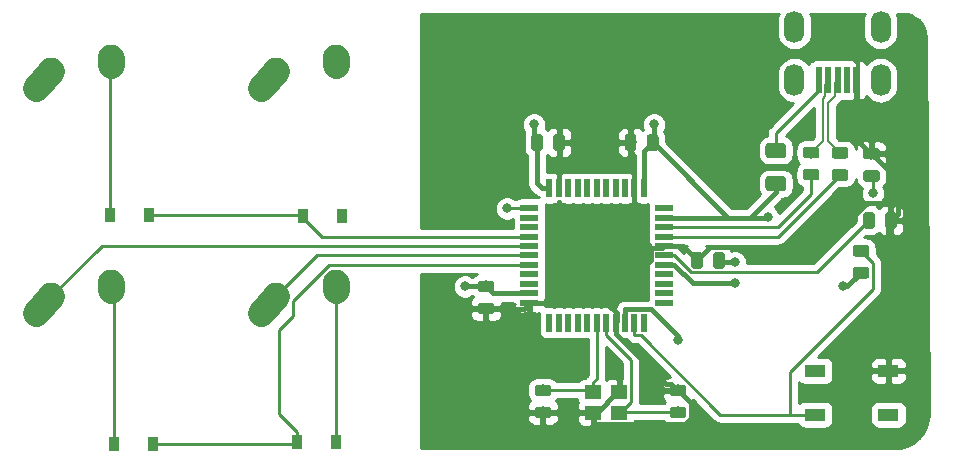
<source format=gbl>
G04 #@! TF.GenerationSoftware,KiCad,Pcbnew,(5.1.4)-1*
G04 #@! TF.CreationDate,2022-10-15T13:04:34-05:00*
G04 #@! TF.ProjectId,ai03-guide,61693033-2d67-4756-9964-652e6b696361,rev?*
G04 #@! TF.SameCoordinates,Original*
G04 #@! TF.FileFunction,Copper,L2,Bot*
G04 #@! TF.FilePolarity,Positive*
%FSLAX46Y46*%
G04 Gerber Fmt 4.6, Leading zero omitted, Abs format (unit mm)*
G04 Created by KiCad (PCBNEW (5.1.4)-1) date 2022-10-15 13:04:34*
%MOMM*%
%LPD*%
G04 APERTURE LIST*
%ADD10R,1.400000X1.200000*%
%ADD11O,1.700000X2.700000*%
%ADD12R,0.500000X2.250000*%
%ADD13R,0.550000X1.500000*%
%ADD14R,1.500000X0.550000*%
%ADD15R,1.800000X1.100000*%
%ADD16C,0.100000*%
%ADD17C,0.975000*%
%ADD18C,2.250000*%
%ADD19C,2.250000*%
%ADD20C,1.250000*%
%ADD21R,0.900000X1.200000*%
%ADD22C,0.800000*%
%ADD23C,0.381000*%
%ADD24C,0.250000*%
%ADD25C,0.200000*%
%ADD26C,0.254000*%
G04 APERTURE END LIST*
D10*
X87807500Y-119897000D03*
X90007500Y-119897000D03*
X90007500Y-118197000D03*
X87807500Y-118197000D03*
D11*
X104860000Y-87250000D03*
X112160000Y-87250000D03*
X112160000Y-91750000D03*
X104860000Y-91750000D03*
D12*
X106910000Y-91750000D03*
X107710000Y-91750000D03*
X108510000Y-91750000D03*
X109310000Y-91750000D03*
X110110000Y-91750000D03*
D13*
X92113750Y-100901000D03*
X91313750Y-100901000D03*
X90513750Y-100901000D03*
X89713750Y-100901000D03*
X88913750Y-100901000D03*
X88113750Y-100901000D03*
X87313750Y-100901000D03*
X86513750Y-100901000D03*
X85713750Y-100901000D03*
X84913750Y-100901000D03*
X84113750Y-100901000D03*
D14*
X82413750Y-102601000D03*
X82413750Y-103401000D03*
X82413750Y-104201000D03*
X82413750Y-105001000D03*
X82413750Y-105801000D03*
X82413750Y-106601000D03*
X82413750Y-107401000D03*
X82413750Y-108201000D03*
X82413750Y-109001000D03*
X82413750Y-109801000D03*
X82413750Y-110601000D03*
D13*
X84113750Y-112301000D03*
X84913750Y-112301000D03*
X85713750Y-112301000D03*
X86513750Y-112301000D03*
X87313750Y-112301000D03*
X88113750Y-112301000D03*
X88913750Y-112301000D03*
X89713750Y-112301000D03*
X90513750Y-112301000D03*
X91313750Y-112301000D03*
X92113750Y-112301000D03*
D14*
X93813750Y-110601000D03*
X93813750Y-109801000D03*
X93813750Y-109001000D03*
X93813750Y-108201000D03*
X93813750Y-107401000D03*
X93813750Y-106601000D03*
X93813750Y-105801000D03*
X93813750Y-105001000D03*
X93813750Y-104201000D03*
X93813750Y-103401000D03*
X93813750Y-102601000D03*
D15*
X106620000Y-116370000D03*
X112820000Y-120070000D03*
X106620000Y-120070000D03*
X112820000Y-116370000D03*
D16*
G36*
X111860142Y-99371174D02*
G01*
X111883803Y-99374684D01*
X111907007Y-99380496D01*
X111929529Y-99388554D01*
X111951153Y-99398782D01*
X111971670Y-99411079D01*
X111990883Y-99425329D01*
X112008607Y-99441393D01*
X112024671Y-99459117D01*
X112038921Y-99478330D01*
X112051218Y-99498847D01*
X112061446Y-99520471D01*
X112069504Y-99542993D01*
X112075316Y-99566197D01*
X112078826Y-99589858D01*
X112080000Y-99613750D01*
X112080000Y-100101250D01*
X112078826Y-100125142D01*
X112075316Y-100148803D01*
X112069504Y-100172007D01*
X112061446Y-100194529D01*
X112051218Y-100216153D01*
X112038921Y-100236670D01*
X112024671Y-100255883D01*
X112008607Y-100273607D01*
X111990883Y-100289671D01*
X111971670Y-100303921D01*
X111951153Y-100316218D01*
X111929529Y-100326446D01*
X111907007Y-100334504D01*
X111883803Y-100340316D01*
X111860142Y-100343826D01*
X111836250Y-100345000D01*
X110923750Y-100345000D01*
X110899858Y-100343826D01*
X110876197Y-100340316D01*
X110852993Y-100334504D01*
X110830471Y-100326446D01*
X110808847Y-100316218D01*
X110788330Y-100303921D01*
X110769117Y-100289671D01*
X110751393Y-100273607D01*
X110735329Y-100255883D01*
X110721079Y-100236670D01*
X110708782Y-100216153D01*
X110698554Y-100194529D01*
X110690496Y-100172007D01*
X110684684Y-100148803D01*
X110681174Y-100125142D01*
X110680000Y-100101250D01*
X110680000Y-99613750D01*
X110681174Y-99589858D01*
X110684684Y-99566197D01*
X110690496Y-99542993D01*
X110698554Y-99520471D01*
X110708782Y-99498847D01*
X110721079Y-99478330D01*
X110735329Y-99459117D01*
X110751393Y-99441393D01*
X110769117Y-99425329D01*
X110788330Y-99411079D01*
X110808847Y-99398782D01*
X110830471Y-99388554D01*
X110852993Y-99380496D01*
X110876197Y-99374684D01*
X110899858Y-99371174D01*
X110923750Y-99370000D01*
X111836250Y-99370000D01*
X111860142Y-99371174D01*
X111860142Y-99371174D01*
G37*
D17*
X111380000Y-99857500D03*
D16*
G36*
X111860142Y-97496174D02*
G01*
X111883803Y-97499684D01*
X111907007Y-97505496D01*
X111929529Y-97513554D01*
X111951153Y-97523782D01*
X111971670Y-97536079D01*
X111990883Y-97550329D01*
X112008607Y-97566393D01*
X112024671Y-97584117D01*
X112038921Y-97603330D01*
X112051218Y-97623847D01*
X112061446Y-97645471D01*
X112069504Y-97667993D01*
X112075316Y-97691197D01*
X112078826Y-97714858D01*
X112080000Y-97738750D01*
X112080000Y-98226250D01*
X112078826Y-98250142D01*
X112075316Y-98273803D01*
X112069504Y-98297007D01*
X112061446Y-98319529D01*
X112051218Y-98341153D01*
X112038921Y-98361670D01*
X112024671Y-98380883D01*
X112008607Y-98398607D01*
X111990883Y-98414671D01*
X111971670Y-98428921D01*
X111951153Y-98441218D01*
X111929529Y-98451446D01*
X111907007Y-98459504D01*
X111883803Y-98465316D01*
X111860142Y-98468826D01*
X111836250Y-98470000D01*
X110923750Y-98470000D01*
X110899858Y-98468826D01*
X110876197Y-98465316D01*
X110852993Y-98459504D01*
X110830471Y-98451446D01*
X110808847Y-98441218D01*
X110788330Y-98428921D01*
X110769117Y-98414671D01*
X110751393Y-98398607D01*
X110735329Y-98380883D01*
X110721079Y-98361670D01*
X110708782Y-98341153D01*
X110698554Y-98319529D01*
X110690496Y-98297007D01*
X110684684Y-98273803D01*
X110681174Y-98250142D01*
X110680000Y-98226250D01*
X110680000Y-97738750D01*
X110681174Y-97714858D01*
X110684684Y-97691197D01*
X110690496Y-97667993D01*
X110698554Y-97645471D01*
X110708782Y-97623847D01*
X110721079Y-97603330D01*
X110735329Y-97584117D01*
X110751393Y-97566393D01*
X110769117Y-97550329D01*
X110788330Y-97536079D01*
X110808847Y-97523782D01*
X110830471Y-97513554D01*
X110852993Y-97505496D01*
X110876197Y-97499684D01*
X110899858Y-97496174D01*
X110923750Y-97495000D01*
X111836250Y-97495000D01*
X111860142Y-97496174D01*
X111860142Y-97496174D01*
G37*
D17*
X111380000Y-97982500D03*
D16*
G36*
X106750142Y-97403674D02*
G01*
X106773803Y-97407184D01*
X106797007Y-97412996D01*
X106819529Y-97421054D01*
X106841153Y-97431282D01*
X106861670Y-97443579D01*
X106880883Y-97457829D01*
X106898607Y-97473893D01*
X106914671Y-97491617D01*
X106928921Y-97510830D01*
X106941218Y-97531347D01*
X106951446Y-97552971D01*
X106959504Y-97575493D01*
X106965316Y-97598697D01*
X106968826Y-97622358D01*
X106970000Y-97646250D01*
X106970000Y-98133750D01*
X106968826Y-98157642D01*
X106965316Y-98181303D01*
X106959504Y-98204507D01*
X106951446Y-98227029D01*
X106941218Y-98248653D01*
X106928921Y-98269170D01*
X106914671Y-98288383D01*
X106898607Y-98306107D01*
X106880883Y-98322171D01*
X106861670Y-98336421D01*
X106841153Y-98348718D01*
X106819529Y-98358946D01*
X106797007Y-98367004D01*
X106773803Y-98372816D01*
X106750142Y-98376326D01*
X106726250Y-98377500D01*
X105813750Y-98377500D01*
X105789858Y-98376326D01*
X105766197Y-98372816D01*
X105742993Y-98367004D01*
X105720471Y-98358946D01*
X105698847Y-98348718D01*
X105678330Y-98336421D01*
X105659117Y-98322171D01*
X105641393Y-98306107D01*
X105625329Y-98288383D01*
X105611079Y-98269170D01*
X105598782Y-98248653D01*
X105588554Y-98227029D01*
X105580496Y-98204507D01*
X105574684Y-98181303D01*
X105571174Y-98157642D01*
X105570000Y-98133750D01*
X105570000Y-97646250D01*
X105571174Y-97622358D01*
X105574684Y-97598697D01*
X105580496Y-97575493D01*
X105588554Y-97552971D01*
X105598782Y-97531347D01*
X105611079Y-97510830D01*
X105625329Y-97491617D01*
X105641393Y-97473893D01*
X105659117Y-97457829D01*
X105678330Y-97443579D01*
X105698847Y-97431282D01*
X105720471Y-97421054D01*
X105742993Y-97412996D01*
X105766197Y-97407184D01*
X105789858Y-97403674D01*
X105813750Y-97402500D01*
X106726250Y-97402500D01*
X106750142Y-97403674D01*
X106750142Y-97403674D01*
G37*
D17*
X106270000Y-97890000D03*
D16*
G36*
X106750142Y-99278674D02*
G01*
X106773803Y-99282184D01*
X106797007Y-99287996D01*
X106819529Y-99296054D01*
X106841153Y-99306282D01*
X106861670Y-99318579D01*
X106880883Y-99332829D01*
X106898607Y-99348893D01*
X106914671Y-99366617D01*
X106928921Y-99385830D01*
X106941218Y-99406347D01*
X106951446Y-99427971D01*
X106959504Y-99450493D01*
X106965316Y-99473697D01*
X106968826Y-99497358D01*
X106970000Y-99521250D01*
X106970000Y-100008750D01*
X106968826Y-100032642D01*
X106965316Y-100056303D01*
X106959504Y-100079507D01*
X106951446Y-100102029D01*
X106941218Y-100123653D01*
X106928921Y-100144170D01*
X106914671Y-100163383D01*
X106898607Y-100181107D01*
X106880883Y-100197171D01*
X106861670Y-100211421D01*
X106841153Y-100223718D01*
X106819529Y-100233946D01*
X106797007Y-100242004D01*
X106773803Y-100247816D01*
X106750142Y-100251326D01*
X106726250Y-100252500D01*
X105813750Y-100252500D01*
X105789858Y-100251326D01*
X105766197Y-100247816D01*
X105742993Y-100242004D01*
X105720471Y-100233946D01*
X105698847Y-100223718D01*
X105678330Y-100211421D01*
X105659117Y-100197171D01*
X105641393Y-100181107D01*
X105625329Y-100163383D01*
X105611079Y-100144170D01*
X105598782Y-100123653D01*
X105588554Y-100102029D01*
X105580496Y-100079507D01*
X105574684Y-100056303D01*
X105571174Y-100032642D01*
X105570000Y-100008750D01*
X105570000Y-99521250D01*
X105571174Y-99497358D01*
X105574684Y-99473697D01*
X105580496Y-99450493D01*
X105588554Y-99427971D01*
X105598782Y-99406347D01*
X105611079Y-99385830D01*
X105625329Y-99366617D01*
X105641393Y-99348893D01*
X105659117Y-99332829D01*
X105678330Y-99318579D01*
X105698847Y-99306282D01*
X105720471Y-99296054D01*
X105742993Y-99287996D01*
X105766197Y-99282184D01*
X105789858Y-99278674D01*
X105813750Y-99277500D01*
X106726250Y-99277500D01*
X106750142Y-99278674D01*
X106750142Y-99278674D01*
G37*
D17*
X106270000Y-99765000D03*
D16*
G36*
X109190142Y-97423674D02*
G01*
X109213803Y-97427184D01*
X109237007Y-97432996D01*
X109259529Y-97441054D01*
X109281153Y-97451282D01*
X109301670Y-97463579D01*
X109320883Y-97477829D01*
X109338607Y-97493893D01*
X109354671Y-97511617D01*
X109368921Y-97530830D01*
X109381218Y-97551347D01*
X109391446Y-97572971D01*
X109399504Y-97595493D01*
X109405316Y-97618697D01*
X109408826Y-97642358D01*
X109410000Y-97666250D01*
X109410000Y-98153750D01*
X109408826Y-98177642D01*
X109405316Y-98201303D01*
X109399504Y-98224507D01*
X109391446Y-98247029D01*
X109381218Y-98268653D01*
X109368921Y-98289170D01*
X109354671Y-98308383D01*
X109338607Y-98326107D01*
X109320883Y-98342171D01*
X109301670Y-98356421D01*
X109281153Y-98368718D01*
X109259529Y-98378946D01*
X109237007Y-98387004D01*
X109213803Y-98392816D01*
X109190142Y-98396326D01*
X109166250Y-98397500D01*
X108253750Y-98397500D01*
X108229858Y-98396326D01*
X108206197Y-98392816D01*
X108182993Y-98387004D01*
X108160471Y-98378946D01*
X108138847Y-98368718D01*
X108118330Y-98356421D01*
X108099117Y-98342171D01*
X108081393Y-98326107D01*
X108065329Y-98308383D01*
X108051079Y-98289170D01*
X108038782Y-98268653D01*
X108028554Y-98247029D01*
X108020496Y-98224507D01*
X108014684Y-98201303D01*
X108011174Y-98177642D01*
X108010000Y-98153750D01*
X108010000Y-97666250D01*
X108011174Y-97642358D01*
X108014684Y-97618697D01*
X108020496Y-97595493D01*
X108028554Y-97572971D01*
X108038782Y-97551347D01*
X108051079Y-97530830D01*
X108065329Y-97511617D01*
X108081393Y-97493893D01*
X108099117Y-97477829D01*
X108118330Y-97463579D01*
X108138847Y-97451282D01*
X108160471Y-97441054D01*
X108182993Y-97432996D01*
X108206197Y-97427184D01*
X108229858Y-97423674D01*
X108253750Y-97422500D01*
X109166250Y-97422500D01*
X109190142Y-97423674D01*
X109190142Y-97423674D01*
G37*
D17*
X108710000Y-97910000D03*
D16*
G36*
X109190142Y-99298674D02*
G01*
X109213803Y-99302184D01*
X109237007Y-99307996D01*
X109259529Y-99316054D01*
X109281153Y-99326282D01*
X109301670Y-99338579D01*
X109320883Y-99352829D01*
X109338607Y-99368893D01*
X109354671Y-99386617D01*
X109368921Y-99405830D01*
X109381218Y-99426347D01*
X109391446Y-99447971D01*
X109399504Y-99470493D01*
X109405316Y-99493697D01*
X109408826Y-99517358D01*
X109410000Y-99541250D01*
X109410000Y-100028750D01*
X109408826Y-100052642D01*
X109405316Y-100076303D01*
X109399504Y-100099507D01*
X109391446Y-100122029D01*
X109381218Y-100143653D01*
X109368921Y-100164170D01*
X109354671Y-100183383D01*
X109338607Y-100201107D01*
X109320883Y-100217171D01*
X109301670Y-100231421D01*
X109281153Y-100243718D01*
X109259529Y-100253946D01*
X109237007Y-100262004D01*
X109213803Y-100267816D01*
X109190142Y-100271326D01*
X109166250Y-100272500D01*
X108253750Y-100272500D01*
X108229858Y-100271326D01*
X108206197Y-100267816D01*
X108182993Y-100262004D01*
X108160471Y-100253946D01*
X108138847Y-100243718D01*
X108118330Y-100231421D01*
X108099117Y-100217171D01*
X108081393Y-100201107D01*
X108065329Y-100183383D01*
X108051079Y-100164170D01*
X108038782Y-100143653D01*
X108028554Y-100122029D01*
X108020496Y-100099507D01*
X108014684Y-100076303D01*
X108011174Y-100052642D01*
X108010000Y-100028750D01*
X108010000Y-99541250D01*
X108011174Y-99517358D01*
X108014684Y-99493697D01*
X108020496Y-99470493D01*
X108028554Y-99447971D01*
X108038782Y-99426347D01*
X108051079Y-99405830D01*
X108065329Y-99386617D01*
X108081393Y-99368893D01*
X108099117Y-99352829D01*
X108118330Y-99338579D01*
X108138847Y-99326282D01*
X108160471Y-99316054D01*
X108182993Y-99307996D01*
X108206197Y-99302184D01*
X108229858Y-99298674D01*
X108253750Y-99297500D01*
X109166250Y-99297500D01*
X109190142Y-99298674D01*
X109190142Y-99298674D01*
G37*
D17*
X108710000Y-99785000D03*
D16*
G36*
X110962642Y-105716174D02*
G01*
X110986303Y-105719684D01*
X111009507Y-105725496D01*
X111032029Y-105733554D01*
X111053653Y-105743782D01*
X111074170Y-105756079D01*
X111093383Y-105770329D01*
X111111107Y-105786393D01*
X111127171Y-105804117D01*
X111141421Y-105823330D01*
X111153718Y-105843847D01*
X111163946Y-105865471D01*
X111172004Y-105887993D01*
X111177816Y-105911197D01*
X111181326Y-105934858D01*
X111182500Y-105958750D01*
X111182500Y-106446250D01*
X111181326Y-106470142D01*
X111177816Y-106493803D01*
X111172004Y-106517007D01*
X111163946Y-106539529D01*
X111153718Y-106561153D01*
X111141421Y-106581670D01*
X111127171Y-106600883D01*
X111111107Y-106618607D01*
X111093383Y-106634671D01*
X111074170Y-106648921D01*
X111053653Y-106661218D01*
X111032029Y-106671446D01*
X111009507Y-106679504D01*
X110986303Y-106685316D01*
X110962642Y-106688826D01*
X110938750Y-106690000D01*
X110026250Y-106690000D01*
X110002358Y-106688826D01*
X109978697Y-106685316D01*
X109955493Y-106679504D01*
X109932971Y-106671446D01*
X109911347Y-106661218D01*
X109890830Y-106648921D01*
X109871617Y-106634671D01*
X109853893Y-106618607D01*
X109837829Y-106600883D01*
X109823579Y-106581670D01*
X109811282Y-106561153D01*
X109801054Y-106539529D01*
X109792996Y-106517007D01*
X109787184Y-106493803D01*
X109783674Y-106470142D01*
X109782500Y-106446250D01*
X109782500Y-105958750D01*
X109783674Y-105934858D01*
X109787184Y-105911197D01*
X109792996Y-105887993D01*
X109801054Y-105865471D01*
X109811282Y-105843847D01*
X109823579Y-105823330D01*
X109837829Y-105804117D01*
X109853893Y-105786393D01*
X109871617Y-105770329D01*
X109890830Y-105756079D01*
X109911347Y-105743782D01*
X109932971Y-105733554D01*
X109955493Y-105725496D01*
X109978697Y-105719684D01*
X110002358Y-105716174D01*
X110026250Y-105715000D01*
X110938750Y-105715000D01*
X110962642Y-105716174D01*
X110962642Y-105716174D01*
G37*
D17*
X110482500Y-106202500D03*
D16*
G36*
X110962642Y-107591174D02*
G01*
X110986303Y-107594684D01*
X111009507Y-107600496D01*
X111032029Y-107608554D01*
X111053653Y-107618782D01*
X111074170Y-107631079D01*
X111093383Y-107645329D01*
X111111107Y-107661393D01*
X111127171Y-107679117D01*
X111141421Y-107698330D01*
X111153718Y-107718847D01*
X111163946Y-107740471D01*
X111172004Y-107762993D01*
X111177816Y-107786197D01*
X111181326Y-107809858D01*
X111182500Y-107833750D01*
X111182500Y-108321250D01*
X111181326Y-108345142D01*
X111177816Y-108368803D01*
X111172004Y-108392007D01*
X111163946Y-108414529D01*
X111153718Y-108436153D01*
X111141421Y-108456670D01*
X111127171Y-108475883D01*
X111111107Y-108493607D01*
X111093383Y-108509671D01*
X111074170Y-108523921D01*
X111053653Y-108536218D01*
X111032029Y-108546446D01*
X111009507Y-108554504D01*
X110986303Y-108560316D01*
X110962642Y-108563826D01*
X110938750Y-108565000D01*
X110026250Y-108565000D01*
X110002358Y-108563826D01*
X109978697Y-108560316D01*
X109955493Y-108554504D01*
X109932971Y-108546446D01*
X109911347Y-108536218D01*
X109890830Y-108523921D01*
X109871617Y-108509671D01*
X109853893Y-108493607D01*
X109837829Y-108475883D01*
X109823579Y-108456670D01*
X109811282Y-108436153D01*
X109801054Y-108414529D01*
X109792996Y-108392007D01*
X109787184Y-108368803D01*
X109783674Y-108345142D01*
X109782500Y-108321250D01*
X109782500Y-107833750D01*
X109783674Y-107809858D01*
X109787184Y-107786197D01*
X109792996Y-107762993D01*
X109801054Y-107740471D01*
X109811282Y-107718847D01*
X109823579Y-107698330D01*
X109837829Y-107679117D01*
X109853893Y-107661393D01*
X109871617Y-107645329D01*
X109890830Y-107631079D01*
X109911347Y-107618782D01*
X109932971Y-107608554D01*
X109955493Y-107600496D01*
X109978697Y-107594684D01*
X110002358Y-107591174D01*
X110026250Y-107590000D01*
X110938750Y-107590000D01*
X110962642Y-107591174D01*
X110962642Y-107591174D01*
G37*
D17*
X110482500Y-108077500D03*
D18*
X61000000Y-110046000D03*
X60345001Y-110776000D03*
D19*
X59690000Y-111506000D02*
X61000002Y-110046000D01*
D18*
X66040000Y-108966000D03*
X66020000Y-109256000D03*
D19*
X66000000Y-109546000D02*
X66040000Y-108966000D01*
D18*
X41950000Y-110046000D03*
X41295001Y-110776000D03*
D19*
X40640000Y-111506000D02*
X41950002Y-110046000D01*
D18*
X46990000Y-108966000D03*
X46970000Y-109256000D03*
D19*
X46950000Y-109546000D02*
X46990000Y-108966000D01*
D18*
X61000000Y-90996000D03*
X60345001Y-91726000D03*
D19*
X59690000Y-92456000D02*
X61000002Y-90996000D01*
D18*
X66040000Y-89916000D03*
X66020000Y-90206000D03*
D19*
X66000000Y-90496000D02*
X66040000Y-89916000D01*
D18*
X41950000Y-90985000D03*
X41295001Y-91715000D03*
D19*
X40640000Y-92445000D02*
X41950002Y-90985000D01*
D18*
X46990000Y-89905000D03*
X46970000Y-90195000D03*
D19*
X46950000Y-90485000D02*
X46990000Y-89905000D01*
D16*
G36*
X103929504Y-97096204D02*
G01*
X103953773Y-97099804D01*
X103977571Y-97105765D01*
X104000671Y-97114030D01*
X104022849Y-97124520D01*
X104043893Y-97137133D01*
X104063598Y-97151747D01*
X104081777Y-97168223D01*
X104098253Y-97186402D01*
X104112867Y-97206107D01*
X104125480Y-97227151D01*
X104135970Y-97249329D01*
X104144235Y-97272429D01*
X104150196Y-97296227D01*
X104153796Y-97320496D01*
X104155000Y-97345000D01*
X104155000Y-98095000D01*
X104153796Y-98119504D01*
X104150196Y-98143773D01*
X104144235Y-98167571D01*
X104135970Y-98190671D01*
X104125480Y-98212849D01*
X104112867Y-98233893D01*
X104098253Y-98253598D01*
X104081777Y-98271777D01*
X104063598Y-98288253D01*
X104043893Y-98302867D01*
X104022849Y-98315480D01*
X104000671Y-98325970D01*
X103977571Y-98334235D01*
X103953773Y-98340196D01*
X103929504Y-98343796D01*
X103905000Y-98345000D01*
X102655000Y-98345000D01*
X102630496Y-98343796D01*
X102606227Y-98340196D01*
X102582429Y-98334235D01*
X102559329Y-98325970D01*
X102537151Y-98315480D01*
X102516107Y-98302867D01*
X102496402Y-98288253D01*
X102478223Y-98271777D01*
X102461747Y-98253598D01*
X102447133Y-98233893D01*
X102434520Y-98212849D01*
X102424030Y-98190671D01*
X102415765Y-98167571D01*
X102409804Y-98143773D01*
X102406204Y-98119504D01*
X102405000Y-98095000D01*
X102405000Y-97345000D01*
X102406204Y-97320496D01*
X102409804Y-97296227D01*
X102415765Y-97272429D01*
X102424030Y-97249329D01*
X102434520Y-97227151D01*
X102447133Y-97206107D01*
X102461747Y-97186402D01*
X102478223Y-97168223D01*
X102496402Y-97151747D01*
X102516107Y-97137133D01*
X102537151Y-97124520D01*
X102559329Y-97114030D01*
X102582429Y-97105765D01*
X102606227Y-97099804D01*
X102630496Y-97096204D01*
X102655000Y-97095000D01*
X103905000Y-97095000D01*
X103929504Y-97096204D01*
X103929504Y-97096204D01*
G37*
D20*
X103280000Y-97720000D03*
D16*
G36*
X103929504Y-99896204D02*
G01*
X103953773Y-99899804D01*
X103977571Y-99905765D01*
X104000671Y-99914030D01*
X104022849Y-99924520D01*
X104043893Y-99937133D01*
X104063598Y-99951747D01*
X104081777Y-99968223D01*
X104098253Y-99986402D01*
X104112867Y-100006107D01*
X104125480Y-100027151D01*
X104135970Y-100049329D01*
X104144235Y-100072429D01*
X104150196Y-100096227D01*
X104153796Y-100120496D01*
X104155000Y-100145000D01*
X104155000Y-100895000D01*
X104153796Y-100919504D01*
X104150196Y-100943773D01*
X104144235Y-100967571D01*
X104135970Y-100990671D01*
X104125480Y-101012849D01*
X104112867Y-101033893D01*
X104098253Y-101053598D01*
X104081777Y-101071777D01*
X104063598Y-101088253D01*
X104043893Y-101102867D01*
X104022849Y-101115480D01*
X104000671Y-101125970D01*
X103977571Y-101134235D01*
X103953773Y-101140196D01*
X103929504Y-101143796D01*
X103905000Y-101145000D01*
X102655000Y-101145000D01*
X102630496Y-101143796D01*
X102606227Y-101140196D01*
X102582429Y-101134235D01*
X102559329Y-101125970D01*
X102537151Y-101115480D01*
X102516107Y-101102867D01*
X102496402Y-101088253D01*
X102478223Y-101071777D01*
X102461747Y-101053598D01*
X102447133Y-101033893D01*
X102434520Y-101012849D01*
X102424030Y-100990671D01*
X102415765Y-100967571D01*
X102409804Y-100943773D01*
X102406204Y-100919504D01*
X102405000Y-100895000D01*
X102405000Y-100145000D01*
X102406204Y-100120496D01*
X102409804Y-100096227D01*
X102415765Y-100072429D01*
X102424030Y-100049329D01*
X102434520Y-100027151D01*
X102447133Y-100006107D01*
X102461747Y-99986402D01*
X102478223Y-99968223D01*
X102496402Y-99951747D01*
X102516107Y-99937133D01*
X102537151Y-99924520D01*
X102559329Y-99914030D01*
X102582429Y-99905765D01*
X102606227Y-99899804D01*
X102630496Y-99896204D01*
X102655000Y-99895000D01*
X103905000Y-99895000D01*
X103929504Y-99896204D01*
X103929504Y-99896204D01*
G37*
D20*
X103280000Y-100520000D03*
D21*
X66040000Y-122428000D03*
X62740000Y-122428000D03*
X47245000Y-122555000D03*
X50545000Y-122555000D03*
X66588640Y-103266240D03*
X63288640Y-103266240D03*
X46884320Y-103164640D03*
X50184320Y-103164640D03*
D16*
G36*
X91253892Y-96329174D02*
G01*
X91277553Y-96332684D01*
X91300757Y-96338496D01*
X91323279Y-96346554D01*
X91344903Y-96356782D01*
X91365420Y-96369079D01*
X91384633Y-96383329D01*
X91402357Y-96399393D01*
X91418421Y-96417117D01*
X91432671Y-96436330D01*
X91444968Y-96456847D01*
X91455196Y-96478471D01*
X91463254Y-96500993D01*
X91469066Y-96524197D01*
X91472576Y-96547858D01*
X91473750Y-96571750D01*
X91473750Y-97484250D01*
X91472576Y-97508142D01*
X91469066Y-97531803D01*
X91463254Y-97555007D01*
X91455196Y-97577529D01*
X91444968Y-97599153D01*
X91432671Y-97619670D01*
X91418421Y-97638883D01*
X91402357Y-97656607D01*
X91384633Y-97672671D01*
X91365420Y-97686921D01*
X91344903Y-97699218D01*
X91323279Y-97709446D01*
X91300757Y-97717504D01*
X91277553Y-97723316D01*
X91253892Y-97726826D01*
X91230000Y-97728000D01*
X90742500Y-97728000D01*
X90718608Y-97726826D01*
X90694947Y-97723316D01*
X90671743Y-97717504D01*
X90649221Y-97709446D01*
X90627597Y-97699218D01*
X90607080Y-97686921D01*
X90587867Y-97672671D01*
X90570143Y-97656607D01*
X90554079Y-97638883D01*
X90539829Y-97619670D01*
X90527532Y-97599153D01*
X90517304Y-97577529D01*
X90509246Y-97555007D01*
X90503434Y-97531803D01*
X90499924Y-97508142D01*
X90498750Y-97484250D01*
X90498750Y-96571750D01*
X90499924Y-96547858D01*
X90503434Y-96524197D01*
X90509246Y-96500993D01*
X90517304Y-96478471D01*
X90527532Y-96456847D01*
X90539829Y-96436330D01*
X90554079Y-96417117D01*
X90570143Y-96399393D01*
X90587867Y-96383329D01*
X90607080Y-96369079D01*
X90627597Y-96356782D01*
X90649221Y-96346554D01*
X90671743Y-96338496D01*
X90694947Y-96332684D01*
X90718608Y-96329174D01*
X90742500Y-96328000D01*
X91230000Y-96328000D01*
X91253892Y-96329174D01*
X91253892Y-96329174D01*
G37*
D17*
X90986250Y-97028000D03*
D16*
G36*
X93128892Y-96329174D02*
G01*
X93152553Y-96332684D01*
X93175757Y-96338496D01*
X93198279Y-96346554D01*
X93219903Y-96356782D01*
X93240420Y-96369079D01*
X93259633Y-96383329D01*
X93277357Y-96399393D01*
X93293421Y-96417117D01*
X93307671Y-96436330D01*
X93319968Y-96456847D01*
X93330196Y-96478471D01*
X93338254Y-96500993D01*
X93344066Y-96524197D01*
X93347576Y-96547858D01*
X93348750Y-96571750D01*
X93348750Y-97484250D01*
X93347576Y-97508142D01*
X93344066Y-97531803D01*
X93338254Y-97555007D01*
X93330196Y-97577529D01*
X93319968Y-97599153D01*
X93307671Y-97619670D01*
X93293421Y-97638883D01*
X93277357Y-97656607D01*
X93259633Y-97672671D01*
X93240420Y-97686921D01*
X93219903Y-97699218D01*
X93198279Y-97709446D01*
X93175757Y-97717504D01*
X93152553Y-97723316D01*
X93128892Y-97726826D01*
X93105000Y-97728000D01*
X92617500Y-97728000D01*
X92593608Y-97726826D01*
X92569947Y-97723316D01*
X92546743Y-97717504D01*
X92524221Y-97709446D01*
X92502597Y-97699218D01*
X92482080Y-97686921D01*
X92462867Y-97672671D01*
X92445143Y-97656607D01*
X92429079Y-97638883D01*
X92414829Y-97619670D01*
X92402532Y-97599153D01*
X92392304Y-97577529D01*
X92384246Y-97555007D01*
X92378434Y-97531803D01*
X92374924Y-97508142D01*
X92373750Y-97484250D01*
X92373750Y-96571750D01*
X92374924Y-96547858D01*
X92378434Y-96524197D01*
X92384246Y-96500993D01*
X92392304Y-96478471D01*
X92402532Y-96456847D01*
X92414829Y-96436330D01*
X92429079Y-96417117D01*
X92445143Y-96399393D01*
X92462867Y-96383329D01*
X92482080Y-96369079D01*
X92502597Y-96356782D01*
X92524221Y-96346554D01*
X92546743Y-96338496D01*
X92569947Y-96332684D01*
X92593608Y-96329174D01*
X92617500Y-96328000D01*
X93105000Y-96328000D01*
X93128892Y-96329174D01*
X93128892Y-96329174D01*
G37*
D17*
X92861250Y-97028000D03*
D16*
G36*
X85191392Y-96329174D02*
G01*
X85215053Y-96332684D01*
X85238257Y-96338496D01*
X85260779Y-96346554D01*
X85282403Y-96356782D01*
X85302920Y-96369079D01*
X85322133Y-96383329D01*
X85339857Y-96399393D01*
X85355921Y-96417117D01*
X85370171Y-96436330D01*
X85382468Y-96456847D01*
X85392696Y-96478471D01*
X85400754Y-96500993D01*
X85406566Y-96524197D01*
X85410076Y-96547858D01*
X85411250Y-96571750D01*
X85411250Y-97484250D01*
X85410076Y-97508142D01*
X85406566Y-97531803D01*
X85400754Y-97555007D01*
X85392696Y-97577529D01*
X85382468Y-97599153D01*
X85370171Y-97619670D01*
X85355921Y-97638883D01*
X85339857Y-97656607D01*
X85322133Y-97672671D01*
X85302920Y-97686921D01*
X85282403Y-97699218D01*
X85260779Y-97709446D01*
X85238257Y-97717504D01*
X85215053Y-97723316D01*
X85191392Y-97726826D01*
X85167500Y-97728000D01*
X84680000Y-97728000D01*
X84656108Y-97726826D01*
X84632447Y-97723316D01*
X84609243Y-97717504D01*
X84586721Y-97709446D01*
X84565097Y-97699218D01*
X84544580Y-97686921D01*
X84525367Y-97672671D01*
X84507643Y-97656607D01*
X84491579Y-97638883D01*
X84477329Y-97619670D01*
X84465032Y-97599153D01*
X84454804Y-97577529D01*
X84446746Y-97555007D01*
X84440934Y-97531803D01*
X84437424Y-97508142D01*
X84436250Y-97484250D01*
X84436250Y-96571750D01*
X84437424Y-96547858D01*
X84440934Y-96524197D01*
X84446746Y-96500993D01*
X84454804Y-96478471D01*
X84465032Y-96456847D01*
X84477329Y-96436330D01*
X84491579Y-96417117D01*
X84507643Y-96399393D01*
X84525367Y-96383329D01*
X84544580Y-96369079D01*
X84565097Y-96356782D01*
X84586721Y-96346554D01*
X84609243Y-96338496D01*
X84632447Y-96332684D01*
X84656108Y-96329174D01*
X84680000Y-96328000D01*
X85167500Y-96328000D01*
X85191392Y-96329174D01*
X85191392Y-96329174D01*
G37*
D17*
X84923750Y-97028000D03*
D16*
G36*
X83316392Y-96329174D02*
G01*
X83340053Y-96332684D01*
X83363257Y-96338496D01*
X83385779Y-96346554D01*
X83407403Y-96356782D01*
X83427920Y-96369079D01*
X83447133Y-96383329D01*
X83464857Y-96399393D01*
X83480921Y-96417117D01*
X83495171Y-96436330D01*
X83507468Y-96456847D01*
X83517696Y-96478471D01*
X83525754Y-96500993D01*
X83531566Y-96524197D01*
X83535076Y-96547858D01*
X83536250Y-96571750D01*
X83536250Y-97484250D01*
X83535076Y-97508142D01*
X83531566Y-97531803D01*
X83525754Y-97555007D01*
X83517696Y-97577529D01*
X83507468Y-97599153D01*
X83495171Y-97619670D01*
X83480921Y-97638883D01*
X83464857Y-97656607D01*
X83447133Y-97672671D01*
X83427920Y-97686921D01*
X83407403Y-97699218D01*
X83385779Y-97709446D01*
X83363257Y-97717504D01*
X83340053Y-97723316D01*
X83316392Y-97726826D01*
X83292500Y-97728000D01*
X82805000Y-97728000D01*
X82781108Y-97726826D01*
X82757447Y-97723316D01*
X82734243Y-97717504D01*
X82711721Y-97709446D01*
X82690097Y-97699218D01*
X82669580Y-97686921D01*
X82650367Y-97672671D01*
X82632643Y-97656607D01*
X82616579Y-97638883D01*
X82602329Y-97619670D01*
X82590032Y-97599153D01*
X82579804Y-97577529D01*
X82571746Y-97555007D01*
X82565934Y-97531803D01*
X82562424Y-97508142D01*
X82561250Y-97484250D01*
X82561250Y-96571750D01*
X82562424Y-96547858D01*
X82565934Y-96524197D01*
X82571746Y-96500993D01*
X82579804Y-96478471D01*
X82590032Y-96456847D01*
X82602329Y-96436330D01*
X82616579Y-96417117D01*
X82632643Y-96399393D01*
X82650367Y-96383329D01*
X82669580Y-96369079D01*
X82690097Y-96356782D01*
X82711721Y-96346554D01*
X82734243Y-96338496D01*
X82757447Y-96332684D01*
X82781108Y-96329174D01*
X82805000Y-96328000D01*
X83292500Y-96328000D01*
X83316392Y-96329174D01*
X83316392Y-96329174D01*
G37*
D17*
X83048750Y-97028000D03*
D16*
G36*
X79220142Y-110608674D02*
G01*
X79243803Y-110612184D01*
X79267007Y-110617996D01*
X79289529Y-110626054D01*
X79311153Y-110636282D01*
X79331670Y-110648579D01*
X79350883Y-110662829D01*
X79368607Y-110678893D01*
X79384671Y-110696617D01*
X79398921Y-110715830D01*
X79411218Y-110736347D01*
X79421446Y-110757971D01*
X79429504Y-110780493D01*
X79435316Y-110803697D01*
X79438826Y-110827358D01*
X79440000Y-110851250D01*
X79440000Y-111338750D01*
X79438826Y-111362642D01*
X79435316Y-111386303D01*
X79429504Y-111409507D01*
X79421446Y-111432029D01*
X79411218Y-111453653D01*
X79398921Y-111474170D01*
X79384671Y-111493383D01*
X79368607Y-111511107D01*
X79350883Y-111527171D01*
X79331670Y-111541421D01*
X79311153Y-111553718D01*
X79289529Y-111563946D01*
X79267007Y-111572004D01*
X79243803Y-111577816D01*
X79220142Y-111581326D01*
X79196250Y-111582500D01*
X78283750Y-111582500D01*
X78259858Y-111581326D01*
X78236197Y-111577816D01*
X78212993Y-111572004D01*
X78190471Y-111563946D01*
X78168847Y-111553718D01*
X78148330Y-111541421D01*
X78129117Y-111527171D01*
X78111393Y-111511107D01*
X78095329Y-111493383D01*
X78081079Y-111474170D01*
X78068782Y-111453653D01*
X78058554Y-111432029D01*
X78050496Y-111409507D01*
X78044684Y-111386303D01*
X78041174Y-111362642D01*
X78040000Y-111338750D01*
X78040000Y-110851250D01*
X78041174Y-110827358D01*
X78044684Y-110803697D01*
X78050496Y-110780493D01*
X78058554Y-110757971D01*
X78068782Y-110736347D01*
X78081079Y-110715830D01*
X78095329Y-110696617D01*
X78111393Y-110678893D01*
X78129117Y-110662829D01*
X78148330Y-110648579D01*
X78168847Y-110636282D01*
X78190471Y-110626054D01*
X78212993Y-110617996D01*
X78236197Y-110612184D01*
X78259858Y-110608674D01*
X78283750Y-110607500D01*
X79196250Y-110607500D01*
X79220142Y-110608674D01*
X79220142Y-110608674D01*
G37*
D17*
X78740000Y-111095000D03*
D16*
G36*
X79220142Y-108733674D02*
G01*
X79243803Y-108737184D01*
X79267007Y-108742996D01*
X79289529Y-108751054D01*
X79311153Y-108761282D01*
X79331670Y-108773579D01*
X79350883Y-108787829D01*
X79368607Y-108803893D01*
X79384671Y-108821617D01*
X79398921Y-108840830D01*
X79411218Y-108861347D01*
X79421446Y-108882971D01*
X79429504Y-108905493D01*
X79435316Y-108928697D01*
X79438826Y-108952358D01*
X79440000Y-108976250D01*
X79440000Y-109463750D01*
X79438826Y-109487642D01*
X79435316Y-109511303D01*
X79429504Y-109534507D01*
X79421446Y-109557029D01*
X79411218Y-109578653D01*
X79398921Y-109599170D01*
X79384671Y-109618383D01*
X79368607Y-109636107D01*
X79350883Y-109652171D01*
X79331670Y-109666421D01*
X79311153Y-109678718D01*
X79289529Y-109688946D01*
X79267007Y-109697004D01*
X79243803Y-109702816D01*
X79220142Y-109706326D01*
X79196250Y-109707500D01*
X78283750Y-109707500D01*
X78259858Y-109706326D01*
X78236197Y-109702816D01*
X78212993Y-109697004D01*
X78190471Y-109688946D01*
X78168847Y-109678718D01*
X78148330Y-109666421D01*
X78129117Y-109652171D01*
X78111393Y-109636107D01*
X78095329Y-109618383D01*
X78081079Y-109599170D01*
X78068782Y-109578653D01*
X78058554Y-109557029D01*
X78050496Y-109534507D01*
X78044684Y-109511303D01*
X78041174Y-109487642D01*
X78040000Y-109463750D01*
X78040000Y-108976250D01*
X78041174Y-108952358D01*
X78044684Y-108928697D01*
X78050496Y-108905493D01*
X78058554Y-108882971D01*
X78068782Y-108861347D01*
X78081079Y-108840830D01*
X78095329Y-108821617D01*
X78111393Y-108803893D01*
X78129117Y-108787829D01*
X78148330Y-108773579D01*
X78168847Y-108761282D01*
X78190471Y-108751054D01*
X78212993Y-108742996D01*
X78236197Y-108737184D01*
X78259858Y-108733674D01*
X78283750Y-108732500D01*
X79196250Y-108732500D01*
X79220142Y-108733674D01*
X79220142Y-108733674D01*
G37*
D17*
X78740000Y-109220000D03*
D16*
G36*
X96866142Y-106313674D02*
G01*
X96889803Y-106317184D01*
X96913007Y-106322996D01*
X96935529Y-106331054D01*
X96957153Y-106341282D01*
X96977670Y-106353579D01*
X96996883Y-106367829D01*
X97014607Y-106383893D01*
X97030671Y-106401617D01*
X97044921Y-106420830D01*
X97057218Y-106441347D01*
X97067446Y-106462971D01*
X97075504Y-106485493D01*
X97081316Y-106508697D01*
X97084826Y-106532358D01*
X97086000Y-106556250D01*
X97086000Y-107468750D01*
X97084826Y-107492642D01*
X97081316Y-107516303D01*
X97075504Y-107539507D01*
X97067446Y-107562029D01*
X97057218Y-107583653D01*
X97044921Y-107604170D01*
X97030671Y-107623383D01*
X97014607Y-107641107D01*
X96996883Y-107657171D01*
X96977670Y-107671421D01*
X96957153Y-107683718D01*
X96935529Y-107693946D01*
X96913007Y-107702004D01*
X96889803Y-107707816D01*
X96866142Y-107711326D01*
X96842250Y-107712500D01*
X96354750Y-107712500D01*
X96330858Y-107711326D01*
X96307197Y-107707816D01*
X96283993Y-107702004D01*
X96261471Y-107693946D01*
X96239847Y-107683718D01*
X96219330Y-107671421D01*
X96200117Y-107657171D01*
X96182393Y-107641107D01*
X96166329Y-107623383D01*
X96152079Y-107604170D01*
X96139782Y-107583653D01*
X96129554Y-107562029D01*
X96121496Y-107539507D01*
X96115684Y-107516303D01*
X96112174Y-107492642D01*
X96111000Y-107468750D01*
X96111000Y-106556250D01*
X96112174Y-106532358D01*
X96115684Y-106508697D01*
X96121496Y-106485493D01*
X96129554Y-106462971D01*
X96139782Y-106441347D01*
X96152079Y-106420830D01*
X96166329Y-106401617D01*
X96182393Y-106383893D01*
X96200117Y-106367829D01*
X96219330Y-106353579D01*
X96239847Y-106341282D01*
X96261471Y-106331054D01*
X96283993Y-106322996D01*
X96307197Y-106317184D01*
X96330858Y-106313674D01*
X96354750Y-106312500D01*
X96842250Y-106312500D01*
X96866142Y-106313674D01*
X96866142Y-106313674D01*
G37*
D17*
X96598500Y-107012500D03*
D16*
G36*
X98741142Y-106313674D02*
G01*
X98764803Y-106317184D01*
X98788007Y-106322996D01*
X98810529Y-106331054D01*
X98832153Y-106341282D01*
X98852670Y-106353579D01*
X98871883Y-106367829D01*
X98889607Y-106383893D01*
X98905671Y-106401617D01*
X98919921Y-106420830D01*
X98932218Y-106441347D01*
X98942446Y-106462971D01*
X98950504Y-106485493D01*
X98956316Y-106508697D01*
X98959826Y-106532358D01*
X98961000Y-106556250D01*
X98961000Y-107468750D01*
X98959826Y-107492642D01*
X98956316Y-107516303D01*
X98950504Y-107539507D01*
X98942446Y-107562029D01*
X98932218Y-107583653D01*
X98919921Y-107604170D01*
X98905671Y-107623383D01*
X98889607Y-107641107D01*
X98871883Y-107657171D01*
X98852670Y-107671421D01*
X98832153Y-107683718D01*
X98810529Y-107693946D01*
X98788007Y-107702004D01*
X98764803Y-107707816D01*
X98741142Y-107711326D01*
X98717250Y-107712500D01*
X98229750Y-107712500D01*
X98205858Y-107711326D01*
X98182197Y-107707816D01*
X98158993Y-107702004D01*
X98136471Y-107693946D01*
X98114847Y-107683718D01*
X98094330Y-107671421D01*
X98075117Y-107657171D01*
X98057393Y-107641107D01*
X98041329Y-107623383D01*
X98027079Y-107604170D01*
X98014782Y-107583653D01*
X98004554Y-107562029D01*
X97996496Y-107539507D01*
X97990684Y-107516303D01*
X97987174Y-107492642D01*
X97986000Y-107468750D01*
X97986000Y-106556250D01*
X97987174Y-106532358D01*
X97990684Y-106508697D01*
X97996496Y-106485493D01*
X98004554Y-106462971D01*
X98014782Y-106441347D01*
X98027079Y-106420830D01*
X98041329Y-106401617D01*
X98057393Y-106383893D01*
X98075117Y-106367829D01*
X98094330Y-106353579D01*
X98114847Y-106341282D01*
X98136471Y-106331054D01*
X98158993Y-106322996D01*
X98182197Y-106317184D01*
X98205858Y-106313674D01*
X98229750Y-106312500D01*
X98717250Y-106312500D01*
X98741142Y-106313674D01*
X98741142Y-106313674D01*
G37*
D17*
X98473500Y-107012500D03*
D16*
G36*
X113297642Y-102933174D02*
G01*
X113321303Y-102936684D01*
X113344507Y-102942496D01*
X113367029Y-102950554D01*
X113388653Y-102960782D01*
X113409170Y-102973079D01*
X113428383Y-102987329D01*
X113446107Y-103003393D01*
X113462171Y-103021117D01*
X113476421Y-103040330D01*
X113488718Y-103060847D01*
X113498946Y-103082471D01*
X113507004Y-103104993D01*
X113512816Y-103128197D01*
X113516326Y-103151858D01*
X113517500Y-103175750D01*
X113517500Y-104088250D01*
X113516326Y-104112142D01*
X113512816Y-104135803D01*
X113507004Y-104159007D01*
X113498946Y-104181529D01*
X113488718Y-104203153D01*
X113476421Y-104223670D01*
X113462171Y-104242883D01*
X113446107Y-104260607D01*
X113428383Y-104276671D01*
X113409170Y-104290921D01*
X113388653Y-104303218D01*
X113367029Y-104313446D01*
X113344507Y-104321504D01*
X113321303Y-104327316D01*
X113297642Y-104330826D01*
X113273750Y-104332000D01*
X112786250Y-104332000D01*
X112762358Y-104330826D01*
X112738697Y-104327316D01*
X112715493Y-104321504D01*
X112692971Y-104313446D01*
X112671347Y-104303218D01*
X112650830Y-104290921D01*
X112631617Y-104276671D01*
X112613893Y-104260607D01*
X112597829Y-104242883D01*
X112583579Y-104223670D01*
X112571282Y-104203153D01*
X112561054Y-104181529D01*
X112552996Y-104159007D01*
X112547184Y-104135803D01*
X112543674Y-104112142D01*
X112542500Y-104088250D01*
X112542500Y-103175750D01*
X112543674Y-103151858D01*
X112547184Y-103128197D01*
X112552996Y-103104993D01*
X112561054Y-103082471D01*
X112571282Y-103060847D01*
X112583579Y-103040330D01*
X112597829Y-103021117D01*
X112613893Y-103003393D01*
X112631617Y-102987329D01*
X112650830Y-102973079D01*
X112671347Y-102960782D01*
X112692971Y-102950554D01*
X112715493Y-102942496D01*
X112738697Y-102936684D01*
X112762358Y-102933174D01*
X112786250Y-102932000D01*
X113273750Y-102932000D01*
X113297642Y-102933174D01*
X113297642Y-102933174D01*
G37*
D17*
X113030000Y-103632000D03*
D16*
G36*
X111422642Y-102933174D02*
G01*
X111446303Y-102936684D01*
X111469507Y-102942496D01*
X111492029Y-102950554D01*
X111513653Y-102960782D01*
X111534170Y-102973079D01*
X111553383Y-102987329D01*
X111571107Y-103003393D01*
X111587171Y-103021117D01*
X111601421Y-103040330D01*
X111613718Y-103060847D01*
X111623946Y-103082471D01*
X111632004Y-103104993D01*
X111637816Y-103128197D01*
X111641326Y-103151858D01*
X111642500Y-103175750D01*
X111642500Y-104088250D01*
X111641326Y-104112142D01*
X111637816Y-104135803D01*
X111632004Y-104159007D01*
X111623946Y-104181529D01*
X111613718Y-104203153D01*
X111601421Y-104223670D01*
X111587171Y-104242883D01*
X111571107Y-104260607D01*
X111553383Y-104276671D01*
X111534170Y-104290921D01*
X111513653Y-104303218D01*
X111492029Y-104313446D01*
X111469507Y-104321504D01*
X111446303Y-104327316D01*
X111422642Y-104330826D01*
X111398750Y-104332000D01*
X110911250Y-104332000D01*
X110887358Y-104330826D01*
X110863697Y-104327316D01*
X110840493Y-104321504D01*
X110817971Y-104313446D01*
X110796347Y-104303218D01*
X110775830Y-104290921D01*
X110756617Y-104276671D01*
X110738893Y-104260607D01*
X110722829Y-104242883D01*
X110708579Y-104223670D01*
X110696282Y-104203153D01*
X110686054Y-104181529D01*
X110677996Y-104159007D01*
X110672184Y-104135803D01*
X110668674Y-104112142D01*
X110667500Y-104088250D01*
X110667500Y-103175750D01*
X110668674Y-103151858D01*
X110672184Y-103128197D01*
X110677996Y-103104993D01*
X110686054Y-103082471D01*
X110696282Y-103060847D01*
X110708579Y-103040330D01*
X110722829Y-103021117D01*
X110738893Y-103003393D01*
X110756617Y-102987329D01*
X110775830Y-102973079D01*
X110796347Y-102960782D01*
X110817971Y-102950554D01*
X110840493Y-102942496D01*
X110863697Y-102936684D01*
X110887358Y-102933174D01*
X110911250Y-102932000D01*
X111398750Y-102932000D01*
X111422642Y-102933174D01*
X111422642Y-102933174D01*
G37*
D17*
X111155000Y-103632000D03*
D16*
G36*
X95476142Y-117526674D02*
G01*
X95499803Y-117530184D01*
X95523007Y-117535996D01*
X95545529Y-117544054D01*
X95567153Y-117554282D01*
X95587670Y-117566579D01*
X95606883Y-117580829D01*
X95624607Y-117596893D01*
X95640671Y-117614617D01*
X95654921Y-117633830D01*
X95667218Y-117654347D01*
X95677446Y-117675971D01*
X95685504Y-117698493D01*
X95691316Y-117721697D01*
X95694826Y-117745358D01*
X95696000Y-117769250D01*
X95696000Y-118256750D01*
X95694826Y-118280642D01*
X95691316Y-118304303D01*
X95685504Y-118327507D01*
X95677446Y-118350029D01*
X95667218Y-118371653D01*
X95654921Y-118392170D01*
X95640671Y-118411383D01*
X95624607Y-118429107D01*
X95606883Y-118445171D01*
X95587670Y-118459421D01*
X95567153Y-118471718D01*
X95545529Y-118481946D01*
X95523007Y-118490004D01*
X95499803Y-118495816D01*
X95476142Y-118499326D01*
X95452250Y-118500500D01*
X94539750Y-118500500D01*
X94515858Y-118499326D01*
X94492197Y-118495816D01*
X94468993Y-118490004D01*
X94446471Y-118481946D01*
X94424847Y-118471718D01*
X94404330Y-118459421D01*
X94385117Y-118445171D01*
X94367393Y-118429107D01*
X94351329Y-118411383D01*
X94337079Y-118392170D01*
X94324782Y-118371653D01*
X94314554Y-118350029D01*
X94306496Y-118327507D01*
X94300684Y-118304303D01*
X94297174Y-118280642D01*
X94296000Y-118256750D01*
X94296000Y-117769250D01*
X94297174Y-117745358D01*
X94300684Y-117721697D01*
X94306496Y-117698493D01*
X94314554Y-117675971D01*
X94324782Y-117654347D01*
X94337079Y-117633830D01*
X94351329Y-117614617D01*
X94367393Y-117596893D01*
X94385117Y-117580829D01*
X94404330Y-117566579D01*
X94424847Y-117554282D01*
X94446471Y-117544054D01*
X94468993Y-117535996D01*
X94492197Y-117530184D01*
X94515858Y-117526674D01*
X94539750Y-117525500D01*
X95452250Y-117525500D01*
X95476142Y-117526674D01*
X95476142Y-117526674D01*
G37*
D17*
X94996000Y-118013000D03*
D16*
G36*
X95476142Y-119401674D02*
G01*
X95499803Y-119405184D01*
X95523007Y-119410996D01*
X95545529Y-119419054D01*
X95567153Y-119429282D01*
X95587670Y-119441579D01*
X95606883Y-119455829D01*
X95624607Y-119471893D01*
X95640671Y-119489617D01*
X95654921Y-119508830D01*
X95667218Y-119529347D01*
X95677446Y-119550971D01*
X95685504Y-119573493D01*
X95691316Y-119596697D01*
X95694826Y-119620358D01*
X95696000Y-119644250D01*
X95696000Y-120131750D01*
X95694826Y-120155642D01*
X95691316Y-120179303D01*
X95685504Y-120202507D01*
X95677446Y-120225029D01*
X95667218Y-120246653D01*
X95654921Y-120267170D01*
X95640671Y-120286383D01*
X95624607Y-120304107D01*
X95606883Y-120320171D01*
X95587670Y-120334421D01*
X95567153Y-120346718D01*
X95545529Y-120356946D01*
X95523007Y-120365004D01*
X95499803Y-120370816D01*
X95476142Y-120374326D01*
X95452250Y-120375500D01*
X94539750Y-120375500D01*
X94515858Y-120374326D01*
X94492197Y-120370816D01*
X94468993Y-120365004D01*
X94446471Y-120356946D01*
X94424847Y-120346718D01*
X94404330Y-120334421D01*
X94385117Y-120320171D01*
X94367393Y-120304107D01*
X94351329Y-120286383D01*
X94337079Y-120267170D01*
X94324782Y-120246653D01*
X94314554Y-120225029D01*
X94306496Y-120202507D01*
X94300684Y-120179303D01*
X94297174Y-120155642D01*
X94296000Y-120131750D01*
X94296000Y-119644250D01*
X94297174Y-119620358D01*
X94300684Y-119596697D01*
X94306496Y-119573493D01*
X94314554Y-119550971D01*
X94324782Y-119529347D01*
X94337079Y-119508830D01*
X94351329Y-119489617D01*
X94367393Y-119471893D01*
X94385117Y-119455829D01*
X94404330Y-119441579D01*
X94424847Y-119429282D01*
X94446471Y-119419054D01*
X94468993Y-119410996D01*
X94492197Y-119405184D01*
X94515858Y-119401674D01*
X94539750Y-119400500D01*
X95452250Y-119400500D01*
X95476142Y-119401674D01*
X95476142Y-119401674D01*
G37*
D17*
X94996000Y-119888000D03*
D16*
G36*
X84046142Y-119401674D02*
G01*
X84069803Y-119405184D01*
X84093007Y-119410996D01*
X84115529Y-119419054D01*
X84137153Y-119429282D01*
X84157670Y-119441579D01*
X84176883Y-119455829D01*
X84194607Y-119471893D01*
X84210671Y-119489617D01*
X84224921Y-119508830D01*
X84237218Y-119529347D01*
X84247446Y-119550971D01*
X84255504Y-119573493D01*
X84261316Y-119596697D01*
X84264826Y-119620358D01*
X84266000Y-119644250D01*
X84266000Y-120131750D01*
X84264826Y-120155642D01*
X84261316Y-120179303D01*
X84255504Y-120202507D01*
X84247446Y-120225029D01*
X84237218Y-120246653D01*
X84224921Y-120267170D01*
X84210671Y-120286383D01*
X84194607Y-120304107D01*
X84176883Y-120320171D01*
X84157670Y-120334421D01*
X84137153Y-120346718D01*
X84115529Y-120356946D01*
X84093007Y-120365004D01*
X84069803Y-120370816D01*
X84046142Y-120374326D01*
X84022250Y-120375500D01*
X83109750Y-120375500D01*
X83085858Y-120374326D01*
X83062197Y-120370816D01*
X83038993Y-120365004D01*
X83016471Y-120356946D01*
X82994847Y-120346718D01*
X82974330Y-120334421D01*
X82955117Y-120320171D01*
X82937393Y-120304107D01*
X82921329Y-120286383D01*
X82907079Y-120267170D01*
X82894782Y-120246653D01*
X82884554Y-120225029D01*
X82876496Y-120202507D01*
X82870684Y-120179303D01*
X82867174Y-120155642D01*
X82866000Y-120131750D01*
X82866000Y-119644250D01*
X82867174Y-119620358D01*
X82870684Y-119596697D01*
X82876496Y-119573493D01*
X82884554Y-119550971D01*
X82894782Y-119529347D01*
X82907079Y-119508830D01*
X82921329Y-119489617D01*
X82937393Y-119471893D01*
X82955117Y-119455829D01*
X82974330Y-119441579D01*
X82994847Y-119429282D01*
X83016471Y-119419054D01*
X83038993Y-119410996D01*
X83062197Y-119405184D01*
X83085858Y-119401674D01*
X83109750Y-119400500D01*
X84022250Y-119400500D01*
X84046142Y-119401674D01*
X84046142Y-119401674D01*
G37*
D17*
X83566000Y-119888000D03*
D16*
G36*
X84046142Y-117526674D02*
G01*
X84069803Y-117530184D01*
X84093007Y-117535996D01*
X84115529Y-117544054D01*
X84137153Y-117554282D01*
X84157670Y-117566579D01*
X84176883Y-117580829D01*
X84194607Y-117596893D01*
X84210671Y-117614617D01*
X84224921Y-117633830D01*
X84237218Y-117654347D01*
X84247446Y-117675971D01*
X84255504Y-117698493D01*
X84261316Y-117721697D01*
X84264826Y-117745358D01*
X84266000Y-117769250D01*
X84266000Y-118256750D01*
X84264826Y-118280642D01*
X84261316Y-118304303D01*
X84255504Y-118327507D01*
X84247446Y-118350029D01*
X84237218Y-118371653D01*
X84224921Y-118392170D01*
X84210671Y-118411383D01*
X84194607Y-118429107D01*
X84176883Y-118445171D01*
X84157670Y-118459421D01*
X84137153Y-118471718D01*
X84115529Y-118481946D01*
X84093007Y-118490004D01*
X84069803Y-118495816D01*
X84046142Y-118499326D01*
X84022250Y-118500500D01*
X83109750Y-118500500D01*
X83085858Y-118499326D01*
X83062197Y-118495816D01*
X83038993Y-118490004D01*
X83016471Y-118481946D01*
X82994847Y-118471718D01*
X82974330Y-118459421D01*
X82955117Y-118445171D01*
X82937393Y-118429107D01*
X82921329Y-118411383D01*
X82907079Y-118392170D01*
X82894782Y-118371653D01*
X82884554Y-118350029D01*
X82876496Y-118327507D01*
X82870684Y-118304303D01*
X82867174Y-118280642D01*
X82866000Y-118256750D01*
X82866000Y-117769250D01*
X82867174Y-117745358D01*
X82870684Y-117721697D01*
X82876496Y-117698493D01*
X82884554Y-117675971D01*
X82894782Y-117654347D01*
X82907079Y-117633830D01*
X82921329Y-117614617D01*
X82937393Y-117596893D01*
X82955117Y-117580829D01*
X82974330Y-117566579D01*
X82994847Y-117554282D01*
X83016471Y-117544054D01*
X83038993Y-117535996D01*
X83062197Y-117530184D01*
X83085858Y-117526674D01*
X83109750Y-117525500D01*
X84022250Y-117525500D01*
X84046142Y-117526674D01*
X84046142Y-117526674D01*
G37*
D17*
X83566000Y-118013000D03*
D22*
X76962000Y-109220000D03*
X82804000Y-95504000D03*
X92964000Y-95504000D03*
X102616000Y-103378000D03*
X99822000Y-107188000D03*
X108966000Y-109220000D03*
X94996000Y-113792000D03*
X99822000Y-108966000D03*
X80518000Y-102616000D03*
X111506000Y-101346000D03*
D23*
X88110402Y-119897000D02*
X87807500Y-119897000D01*
X89810402Y-118197000D02*
X88110402Y-119897000D01*
X90007500Y-118197000D02*
X89810402Y-118197000D01*
X87798500Y-119888000D02*
X87807500Y-119897000D01*
X83566000Y-119888000D02*
X87798500Y-119888000D01*
X96086510Y-119103510D02*
X95552237Y-118569237D01*
X96086510Y-120394470D02*
X96086510Y-119103510D01*
X95552237Y-118569237D02*
X94996000Y-118013000D01*
X95593479Y-120887501D02*
X96086510Y-120394470D01*
X87817001Y-120887501D02*
X95593479Y-120887501D01*
X87807500Y-120878000D02*
X87817001Y-120887501D01*
X87807500Y-119897000D02*
X87807500Y-120878000D01*
X89713750Y-113228902D02*
X89713750Y-112301000D01*
X93941611Y-117456763D02*
X89713750Y-113228902D01*
X94439763Y-117456763D02*
X93941611Y-117456763D01*
X94996000Y-118013000D02*
X94439763Y-117456763D01*
X110110000Y-96712500D02*
X111380000Y-97982500D01*
X110110000Y-91750000D02*
X110110000Y-96712500D01*
X81919750Y-111095000D02*
X82413750Y-110601000D01*
X78740000Y-111095000D02*
X81919750Y-111095000D01*
X84923750Y-100891000D02*
X84913750Y-100901000D01*
X84923750Y-97028000D02*
X84923750Y-100891000D01*
X91313750Y-99770000D02*
X91313750Y-100901000D01*
X91313750Y-98155500D02*
X91313750Y-99770000D01*
X90986250Y-97828000D02*
X91313750Y-98155500D01*
X90986250Y-97028000D02*
X90986250Y-97828000D01*
X112820000Y-103842000D02*
X113030000Y-103632000D01*
X112820000Y-116370000D02*
X112820000Y-103842000D01*
X111936237Y-98538737D02*
X111380000Y-97982500D01*
X113586237Y-100188737D02*
X111936237Y-98538737D01*
X113030000Y-103632000D02*
X113586237Y-103075763D01*
X97154737Y-106456263D02*
X96598500Y-107012500D01*
X107268030Y-105921990D02*
X97689010Y-105921990D01*
X111033783Y-102156237D02*
X107268030Y-105921990D01*
X113586237Y-102156237D02*
X111033783Y-102156237D01*
X113586237Y-103075763D02*
X113586237Y-102156237D01*
X97689010Y-105921990D02*
X97154737Y-106456263D01*
X113586237Y-102156237D02*
X113586237Y-100188737D01*
X95387000Y-105801000D02*
X93813750Y-105801000D01*
X96598500Y-107012500D02*
X95387000Y-105801000D01*
X93679251Y-105935499D02*
X93813750Y-105801000D01*
X92751349Y-105935499D02*
X93679251Y-105935499D01*
X91313750Y-100901000D02*
X91313750Y-104497900D01*
X91313750Y-104497900D02*
X92751349Y-105935499D01*
X89848249Y-112166501D02*
X89713750Y-112301000D01*
X89848249Y-111507597D02*
X89848249Y-112166501D01*
X82413750Y-110601000D02*
X88941652Y-110601000D01*
X88941652Y-110601000D02*
X89848249Y-111507597D01*
X92673249Y-106013599D02*
X92751349Y-105935499D01*
X92673249Y-106970751D02*
X92673249Y-106013599D01*
X89043000Y-110601000D02*
X92673249Y-106970751D01*
X88941652Y-110601000D02*
X89043000Y-110601000D01*
X90398750Y-97028000D02*
X84923750Y-97028000D01*
X90986250Y-97028000D02*
X90398750Y-97028000D01*
D24*
X87623500Y-118013000D02*
X87807500Y-118197000D01*
X83566000Y-118013000D02*
X87623500Y-118013000D01*
X88113750Y-113301000D02*
X88113750Y-112301000D01*
X88113750Y-117040750D02*
X88113750Y-113301000D01*
X87807500Y-117347000D02*
X88113750Y-117040750D01*
X87807500Y-118197000D02*
X87807500Y-117347000D01*
X88913750Y-113301000D02*
X88913750Y-112301000D01*
X91032501Y-115419751D02*
X88913750Y-113301000D01*
X91032501Y-118971999D02*
X91032501Y-115419751D01*
X90107500Y-119897000D02*
X91032501Y-118971999D01*
X90007500Y-119897000D02*
X90107500Y-119897000D01*
X90016500Y-119888000D02*
X90007500Y-119897000D01*
X94996000Y-119888000D02*
X90016500Y-119888000D01*
X94623752Y-106601000D02*
X93813750Y-106601000D01*
X96060262Y-108037510D02*
X94623752Y-106601000D01*
X106749490Y-108037510D02*
X96060262Y-108037510D01*
X111155000Y-103632000D02*
X106749490Y-108037510D01*
D23*
X94944750Y-103401000D02*
X93813750Y-103401000D01*
X101124000Y-103401000D02*
X94944750Y-103401000D01*
X103280000Y-101245000D02*
X101124000Y-103401000D01*
X103280000Y-100520000D02*
X103280000Y-101245000D01*
X79321000Y-109801000D02*
X82413750Y-109801000D01*
X78740000Y-109220000D02*
X79321000Y-109801000D01*
X83457750Y-100901000D02*
X84113750Y-100901000D01*
X83048750Y-100492000D02*
X83457750Y-100901000D01*
X83048750Y-97028000D02*
X83048750Y-100492000D01*
X92113750Y-97775500D02*
X92113750Y-100901000D01*
X92861250Y-97028000D02*
X92113750Y-97775500D01*
X78740000Y-109220000D02*
X76962000Y-109220000D01*
X82804000Y-96783250D02*
X83048750Y-97028000D01*
X82804000Y-95504000D02*
X82804000Y-96783250D01*
X92964000Y-96925250D02*
X92861250Y-97028000D01*
X92964000Y-95504000D02*
X92964000Y-96925250D01*
X101124000Y-103401000D02*
X102593000Y-103401000D01*
X102593000Y-103401000D02*
X102616000Y-103378000D01*
X98649000Y-107188000D02*
X98473500Y-107012500D01*
X99822000Y-107188000D02*
X98649000Y-107188000D01*
X109340000Y-109220000D02*
X110482500Y-108077500D01*
X108966000Y-109220000D02*
X109340000Y-109220000D01*
X94996000Y-113455348D02*
X94996000Y-113792000D01*
X92701151Y-111160499D02*
X94996000Y-113455348D01*
X90523251Y-111160499D02*
X92701151Y-111160499D01*
X90513750Y-112301000D02*
X90513750Y-111170000D01*
X90513750Y-111170000D02*
X90523251Y-111160499D01*
X96259712Y-108966000D02*
X99822000Y-108966000D01*
X94694712Y-107401000D02*
X96259712Y-108966000D01*
X93813750Y-107401000D02*
X94694712Y-107401000D01*
X99234250Y-103401000D02*
X92861250Y-97028000D01*
X101124000Y-103401000D02*
X99234250Y-103401000D01*
D24*
X46884320Y-90550680D02*
X46884320Y-103164640D01*
X46950000Y-90485000D02*
X46884320Y-90550680D01*
X63187040Y-103164640D02*
X63288640Y-103266240D01*
X50184320Y-103164640D02*
X63187040Y-103164640D01*
X63288640Y-103416240D02*
X63288640Y-103266240D01*
X64873400Y-105001000D02*
X63288640Y-103416240D01*
X82413750Y-105001000D02*
X64873400Y-105001000D01*
X47245000Y-109841000D02*
X46950000Y-109546000D01*
X47245000Y-122555000D02*
X47245000Y-109841000D01*
X62613000Y-122555000D02*
X62740000Y-122428000D01*
X50545000Y-122555000D02*
X62613000Y-122555000D01*
X62740000Y-121578000D02*
X62740000Y-122428000D01*
X61181099Y-120019099D02*
X62740000Y-121578000D01*
X61181099Y-112932927D02*
X61181099Y-120019099D01*
X62386927Y-111727099D02*
X61181099Y-112932927D01*
X62386927Y-110473071D02*
X62386927Y-111727099D01*
X65458998Y-107401000D02*
X62386927Y-110473071D01*
X82413750Y-107401000D02*
X65458998Y-107401000D01*
X66040000Y-109586000D02*
X66000000Y-109546000D01*
X66040000Y-122428000D02*
X66040000Y-109586000D01*
X103280000Y-96995000D02*
X103280000Y-97720000D01*
X103280000Y-96255000D02*
X103280000Y-96995000D01*
X106910000Y-92625000D02*
X103280000Y-96255000D01*
X106910000Y-91750000D02*
X106910000Y-92625000D01*
X46195000Y-105801000D02*
X41950000Y-110046000D01*
X82413750Y-105801000D02*
X46195000Y-105801000D01*
X64445000Y-106601000D02*
X61000000Y-110046000D01*
X82413750Y-106601000D02*
X64445000Y-106601000D01*
X91313750Y-113301000D02*
X91313750Y-112301000D01*
X91388751Y-113376001D02*
X91313750Y-113301000D01*
X91863351Y-113376001D02*
X91388751Y-113376001D01*
X98557350Y-120070000D02*
X91863351Y-113376001D01*
X104466000Y-116488998D02*
X104466000Y-120070000D01*
X111507510Y-109447488D02*
X104466000Y-116488998D01*
X111507510Y-107227510D02*
X111507510Y-109447488D01*
X110482500Y-106202500D02*
X111507510Y-107227510D01*
X106620000Y-120070000D02*
X104466000Y-120070000D01*
X104466000Y-120070000D02*
X98557350Y-120070000D01*
X108510000Y-97710000D02*
X108710000Y-97910000D01*
D25*
X108260001Y-91999999D02*
X108260001Y-93115001D01*
X108510000Y-91750000D02*
X108260001Y-91999999D01*
X108260001Y-93115001D02*
X107705000Y-93670002D01*
X107705000Y-93670002D02*
X107705000Y-96905000D01*
X107705000Y-96905000D02*
X108710000Y-97910000D01*
D24*
X103494000Y-105001000D02*
X93813750Y-105001000D01*
X108710000Y-99785000D02*
X103494000Y-105001000D01*
D25*
X107255000Y-93320002D02*
X107255000Y-96905000D01*
X107460001Y-92163602D02*
X107460001Y-93115001D01*
X107255000Y-96905000D02*
X106270000Y-97890000D01*
X107710000Y-91913603D02*
X107460001Y-92163602D01*
X107460001Y-93115001D02*
X107255000Y-93320002D01*
X107710000Y-91750000D02*
X107710000Y-91913603D01*
D24*
X106270000Y-99765000D02*
X106270000Y-101404990D01*
X103473990Y-104201000D02*
X93813750Y-104201000D01*
X106270000Y-101404990D02*
X103473990Y-104201000D01*
X82413750Y-102601000D02*
X80533000Y-102601000D01*
X80533000Y-102601000D02*
X80518000Y-102616000D01*
X111506000Y-99983500D02*
X111380000Y-99857500D01*
X111506000Y-101346000D02*
X111506000Y-99983500D01*
D26*
G36*
X103481401Y-86178966D02*
G01*
X103396487Y-86458889D01*
X103375000Y-86677050D01*
X103375000Y-87822949D01*
X103396487Y-88041110D01*
X103481401Y-88321033D01*
X103619294Y-88579013D01*
X103804866Y-88805134D01*
X104030986Y-88990706D01*
X104288966Y-89128599D01*
X104568889Y-89213513D01*
X104860000Y-89242185D01*
X105151110Y-89213513D01*
X105431033Y-89128599D01*
X105689013Y-88990706D01*
X105915134Y-88805134D01*
X106100706Y-88579014D01*
X106238599Y-88321034D01*
X106323513Y-88041111D01*
X106345000Y-87822950D01*
X106345000Y-86677050D01*
X106323513Y-86458889D01*
X106238599Y-86178966D01*
X106212961Y-86131000D01*
X110807039Y-86131000D01*
X110781401Y-86178966D01*
X110696487Y-86458889D01*
X110675000Y-86677050D01*
X110675000Y-87822949D01*
X110696487Y-88041110D01*
X110781401Y-88321033D01*
X110919294Y-88579013D01*
X111104866Y-88805134D01*
X111330986Y-88990706D01*
X111588966Y-89128599D01*
X111868889Y-89213513D01*
X112160000Y-89242185D01*
X112451110Y-89213513D01*
X112731033Y-89128599D01*
X112989013Y-88990706D01*
X113215134Y-88805134D01*
X113400706Y-88579014D01*
X113538599Y-88321034D01*
X113623513Y-88041111D01*
X113645000Y-87822950D01*
X113645000Y-86677050D01*
X113623513Y-86458889D01*
X113538599Y-86178966D01*
X113512961Y-86131000D01*
X113987721Y-86131000D01*
X114400178Y-86171442D01*
X114765875Y-86281852D01*
X115103157Y-86461188D01*
X115399191Y-86702627D01*
X115642686Y-86996963D01*
X115824373Y-87332987D01*
X115937335Y-87697908D01*
X115980591Y-88109458D01*
X116211933Y-120027201D01*
X116214912Y-120055355D01*
X116165113Y-120563246D01*
X115998631Y-121114661D01*
X115728217Y-121623234D01*
X115364170Y-122069601D01*
X114920355Y-122436756D01*
X114413682Y-122710714D01*
X113856632Y-122883149D01*
X113408322Y-122940000D01*
X73279000Y-122940000D01*
X73279000Y-120375500D01*
X82227928Y-120375500D01*
X82240188Y-120499982D01*
X82276498Y-120619680D01*
X82335463Y-120729994D01*
X82414815Y-120826685D01*
X82511506Y-120906037D01*
X82621820Y-120965002D01*
X82741518Y-121001312D01*
X82866000Y-121013572D01*
X83280250Y-121010500D01*
X83439000Y-120851750D01*
X83439000Y-120015000D01*
X83693000Y-120015000D01*
X83693000Y-120851750D01*
X83851750Y-121010500D01*
X84266000Y-121013572D01*
X84390482Y-121001312D01*
X84510180Y-120965002D01*
X84620494Y-120906037D01*
X84717185Y-120826685D01*
X84796537Y-120729994D01*
X84855502Y-120619680D01*
X84891812Y-120499982D01*
X84892105Y-120497000D01*
X86469428Y-120497000D01*
X86481688Y-120621482D01*
X86517998Y-120741180D01*
X86576963Y-120851494D01*
X86656315Y-120948185D01*
X86753006Y-121027537D01*
X86863320Y-121086502D01*
X86983018Y-121122812D01*
X87107500Y-121135072D01*
X87521750Y-121132000D01*
X87680500Y-120973250D01*
X87680500Y-120024000D01*
X86631250Y-120024000D01*
X86472500Y-120182750D01*
X86469428Y-120497000D01*
X84892105Y-120497000D01*
X84904072Y-120375500D01*
X84901000Y-120173750D01*
X84742250Y-120015000D01*
X83693000Y-120015000D01*
X83439000Y-120015000D01*
X82389750Y-120015000D01*
X82231000Y-120173750D01*
X82227928Y-120375500D01*
X73279000Y-120375500D01*
X73279000Y-111582500D01*
X77401928Y-111582500D01*
X77414188Y-111706982D01*
X77450498Y-111826680D01*
X77509463Y-111936994D01*
X77588815Y-112033685D01*
X77685506Y-112113037D01*
X77795820Y-112172002D01*
X77915518Y-112208312D01*
X78040000Y-112220572D01*
X78454250Y-112217500D01*
X78613000Y-112058750D01*
X78613000Y-111222000D01*
X78867000Y-111222000D01*
X78867000Y-112058750D01*
X79025750Y-112217500D01*
X79440000Y-112220572D01*
X79564482Y-112208312D01*
X79684180Y-112172002D01*
X79794494Y-112113037D01*
X79891185Y-112033685D01*
X79970537Y-111936994D01*
X80029502Y-111826680D01*
X80065812Y-111706982D01*
X80078072Y-111582500D01*
X80075000Y-111380750D01*
X79916250Y-111222000D01*
X78867000Y-111222000D01*
X78613000Y-111222000D01*
X77563750Y-111222000D01*
X77405000Y-111380750D01*
X77401928Y-111582500D01*
X73279000Y-111582500D01*
X73279000Y-108161000D01*
X77948114Y-108161000D01*
X77946291Y-108161553D01*
X77793836Y-108243042D01*
X77660208Y-108352708D01*
X77625910Y-108394500D01*
X77589503Y-108394500D01*
X77452256Y-108302795D01*
X77263898Y-108224774D01*
X77063939Y-108185000D01*
X76860061Y-108185000D01*
X76660102Y-108224774D01*
X76471744Y-108302795D01*
X76302226Y-108416063D01*
X76158063Y-108560226D01*
X76044795Y-108729744D01*
X75966774Y-108918102D01*
X75927000Y-109118061D01*
X75927000Y-109321939D01*
X75966774Y-109521898D01*
X76044795Y-109710256D01*
X76158063Y-109879774D01*
X76302226Y-110023937D01*
X76471744Y-110137205D01*
X76660102Y-110215226D01*
X76860061Y-110255000D01*
X77063939Y-110255000D01*
X77263898Y-110215226D01*
X77452256Y-110137205D01*
X77589503Y-110045500D01*
X77625910Y-110045500D01*
X77660208Y-110087292D01*
X77666564Y-110092508D01*
X77588815Y-110156315D01*
X77509463Y-110253006D01*
X77450498Y-110363320D01*
X77414188Y-110483018D01*
X77401928Y-110607500D01*
X77405000Y-110809250D01*
X77563750Y-110968000D01*
X78613000Y-110968000D01*
X78613000Y-110948000D01*
X78867000Y-110948000D01*
X78867000Y-110968000D01*
X79916250Y-110968000D01*
X80075000Y-110809250D01*
X80077783Y-110626500D01*
X81028750Y-110626500D01*
X81028750Y-110728002D01*
X81187498Y-110728002D01*
X81028750Y-110886750D01*
X81038573Y-111003631D01*
X81075485Y-111123145D01*
X81135004Y-111233161D01*
X81214842Y-111329451D01*
X81311932Y-111408316D01*
X81422542Y-111466724D01*
X81542421Y-111502430D01*
X81666963Y-111514064D01*
X82128000Y-111511000D01*
X82286750Y-111352250D01*
X82286750Y-110728000D01*
X82266750Y-110728000D01*
X82266750Y-110714072D01*
X83163750Y-110714072D01*
X83288232Y-110701812D01*
X83407930Y-110665502D01*
X83518244Y-110606537D01*
X83614935Y-110527185D01*
X83694287Y-110430494D01*
X83706667Y-110407333D01*
X83798750Y-110315250D01*
X83789204Y-110201663D01*
X83789562Y-110200482D01*
X83801822Y-110076000D01*
X83801822Y-109526000D01*
X83789562Y-109401518D01*
X83789405Y-109401000D01*
X83789562Y-109400482D01*
X83801822Y-109276000D01*
X83801822Y-108726000D01*
X83789562Y-108601518D01*
X83789405Y-108601000D01*
X83789562Y-108600482D01*
X83801822Y-108476000D01*
X83801822Y-107926000D01*
X83789562Y-107801518D01*
X83789405Y-107801000D01*
X83789562Y-107800482D01*
X83801822Y-107676000D01*
X83801822Y-107126000D01*
X83789562Y-107001518D01*
X83789405Y-107001000D01*
X83789562Y-107000482D01*
X83801822Y-106876000D01*
X83801822Y-106326000D01*
X83789562Y-106201518D01*
X83789405Y-106201000D01*
X83789562Y-106200482D01*
X83801822Y-106076000D01*
X83801822Y-105526000D01*
X83789562Y-105401518D01*
X83789405Y-105401000D01*
X83789562Y-105400482D01*
X83801822Y-105276000D01*
X83801822Y-104726000D01*
X83789562Y-104601518D01*
X83789405Y-104601000D01*
X83789562Y-104600482D01*
X83801822Y-104476000D01*
X83801822Y-103926000D01*
X83789562Y-103801518D01*
X83789405Y-103801000D01*
X83789562Y-103800482D01*
X83801822Y-103676000D01*
X83801822Y-103126000D01*
X83789562Y-103001518D01*
X83789405Y-103001000D01*
X83789562Y-103000482D01*
X83801822Y-102876000D01*
X83801822Y-102326000D01*
X83797788Y-102285038D01*
X83838750Y-102289072D01*
X84388750Y-102289072D01*
X84513232Y-102276812D01*
X84514413Y-102276454D01*
X84628000Y-102286000D01*
X84720083Y-102193917D01*
X84743244Y-102181537D01*
X84839935Y-102102185D01*
X84913750Y-102012241D01*
X84987565Y-102102185D01*
X85084256Y-102181537D01*
X85107417Y-102193917D01*
X85199500Y-102286000D01*
X85313087Y-102276454D01*
X85314268Y-102276812D01*
X85438750Y-102289072D01*
X85988750Y-102289072D01*
X86113232Y-102276812D01*
X86113750Y-102276655D01*
X86114268Y-102276812D01*
X86238750Y-102289072D01*
X86788750Y-102289072D01*
X86913232Y-102276812D01*
X86913750Y-102276655D01*
X86914268Y-102276812D01*
X87038750Y-102289072D01*
X87588750Y-102289072D01*
X87713232Y-102276812D01*
X87713750Y-102276655D01*
X87714268Y-102276812D01*
X87838750Y-102289072D01*
X88388750Y-102289072D01*
X88513232Y-102276812D01*
X88513750Y-102276655D01*
X88514268Y-102276812D01*
X88638750Y-102289072D01*
X89188750Y-102289072D01*
X89313232Y-102276812D01*
X89313750Y-102276655D01*
X89314268Y-102276812D01*
X89438750Y-102289072D01*
X89988750Y-102289072D01*
X90113232Y-102276812D01*
X90113750Y-102276655D01*
X90114268Y-102276812D01*
X90238750Y-102289072D01*
X90788750Y-102289072D01*
X90913232Y-102276812D01*
X90914413Y-102276454D01*
X91028000Y-102286000D01*
X91120083Y-102193917D01*
X91143244Y-102181537D01*
X91239935Y-102102185D01*
X91313750Y-102012241D01*
X91387565Y-102102185D01*
X91484256Y-102181537D01*
X91507417Y-102193917D01*
X91599500Y-102286000D01*
X91713087Y-102276454D01*
X91714268Y-102276812D01*
X91838750Y-102289072D01*
X92388750Y-102289072D01*
X92429712Y-102285038D01*
X92425678Y-102326000D01*
X92425678Y-102876000D01*
X92437938Y-103000482D01*
X92438095Y-103001000D01*
X92437938Y-103001518D01*
X92425678Y-103126000D01*
X92425678Y-103676000D01*
X92437938Y-103800482D01*
X92438095Y-103801000D01*
X92437938Y-103801518D01*
X92425678Y-103926000D01*
X92425678Y-104476000D01*
X92437938Y-104600482D01*
X92438095Y-104601000D01*
X92437938Y-104601518D01*
X92425678Y-104726000D01*
X92425678Y-105276000D01*
X92437938Y-105400482D01*
X92438296Y-105401663D01*
X92428750Y-105515250D01*
X92520833Y-105607333D01*
X92533213Y-105630494D01*
X92612565Y-105727185D01*
X92702509Y-105801000D01*
X92612565Y-105874815D01*
X92533213Y-105971506D01*
X92520833Y-105994667D01*
X92428750Y-106086750D01*
X92438296Y-106200337D01*
X92437938Y-106201518D01*
X92425678Y-106326000D01*
X92425678Y-106876000D01*
X92437938Y-107000482D01*
X92438095Y-107001000D01*
X92437938Y-107001518D01*
X92425678Y-107126000D01*
X92425678Y-107676000D01*
X92437938Y-107800482D01*
X92438095Y-107801000D01*
X92437938Y-107801518D01*
X92425678Y-107926000D01*
X92425678Y-108476000D01*
X92437938Y-108600482D01*
X92438095Y-108601000D01*
X92437938Y-108601518D01*
X92425678Y-108726000D01*
X92425678Y-109276000D01*
X92437938Y-109400482D01*
X92438095Y-109401000D01*
X92437938Y-109401518D01*
X92425678Y-109526000D01*
X92425678Y-110076000D01*
X92437938Y-110200482D01*
X92438095Y-110201000D01*
X92437938Y-110201518D01*
X92425678Y-110326000D01*
X92425678Y-110334999D01*
X90563793Y-110334999D01*
X90523250Y-110331006D01*
X90482707Y-110334999D01*
X90482698Y-110334999D01*
X90361425Y-110346943D01*
X90205817Y-110394146D01*
X90062409Y-110470800D01*
X89936710Y-110573958D01*
X89932425Y-110579179D01*
X89927210Y-110583459D01*
X89901359Y-110614959D01*
X89824051Y-110709158D01*
X89747397Y-110852567D01*
X89700195Y-111008174D01*
X89685679Y-111155554D01*
X89639935Y-111099815D01*
X89543244Y-111020463D01*
X89520083Y-111008083D01*
X89428000Y-110916000D01*
X89314413Y-110925546D01*
X89313232Y-110925188D01*
X89188750Y-110912928D01*
X88638750Y-110912928D01*
X88514268Y-110925188D01*
X88513750Y-110925345D01*
X88513232Y-110925188D01*
X88388750Y-110912928D01*
X87838750Y-110912928D01*
X87714268Y-110925188D01*
X87713750Y-110925345D01*
X87713232Y-110925188D01*
X87588750Y-110912928D01*
X87038750Y-110912928D01*
X86914268Y-110925188D01*
X86913750Y-110925345D01*
X86913232Y-110925188D01*
X86788750Y-110912928D01*
X86238750Y-110912928D01*
X86114268Y-110925188D01*
X86113750Y-110925345D01*
X86113232Y-110925188D01*
X85988750Y-110912928D01*
X85438750Y-110912928D01*
X85314268Y-110925188D01*
X85313750Y-110925345D01*
X85313232Y-110925188D01*
X85188750Y-110912928D01*
X84638750Y-110912928D01*
X84514268Y-110925188D01*
X84513750Y-110925345D01*
X84513232Y-110925188D01*
X84388750Y-110912928D01*
X83838750Y-110912928D01*
X83796198Y-110917119D01*
X83798750Y-110886750D01*
X83640000Y-110728000D01*
X82540750Y-110728000D01*
X82540750Y-111352250D01*
X82699500Y-111511000D01*
X83160537Y-111514064D01*
X83204722Y-111509936D01*
X83200678Y-111551000D01*
X83200678Y-113051000D01*
X83212938Y-113175482D01*
X83249248Y-113295180D01*
X83308213Y-113405494D01*
X83387565Y-113502185D01*
X83484256Y-113581537D01*
X83594570Y-113640502D01*
X83714268Y-113676812D01*
X83838750Y-113689072D01*
X84388750Y-113689072D01*
X84513232Y-113676812D01*
X84513750Y-113676655D01*
X84514268Y-113676812D01*
X84638750Y-113689072D01*
X85188750Y-113689072D01*
X85313232Y-113676812D01*
X85313750Y-113676655D01*
X85314268Y-113676812D01*
X85438750Y-113689072D01*
X85988750Y-113689072D01*
X86113232Y-113676812D01*
X86113750Y-113676655D01*
X86114268Y-113676812D01*
X86238750Y-113689072D01*
X86788750Y-113689072D01*
X86913232Y-113676812D01*
X86913750Y-113676655D01*
X86914268Y-113676812D01*
X87038750Y-113689072D01*
X87353751Y-113689072D01*
X87353750Y-116725949D01*
X87296498Y-116783201D01*
X87267500Y-116806999D01*
X87243702Y-116835997D01*
X87243701Y-116835998D01*
X87172526Y-116922724D01*
X87153174Y-116958928D01*
X87107500Y-116958928D01*
X86983018Y-116971188D01*
X86863320Y-117007498D01*
X86753006Y-117066463D01*
X86656315Y-117145815D01*
X86576963Y-117242506D01*
X86571354Y-117253000D01*
X84733845Y-117253000D01*
X84645792Y-117145708D01*
X84512164Y-117036042D01*
X84359709Y-116954553D01*
X84194285Y-116904372D01*
X84022250Y-116887428D01*
X83109750Y-116887428D01*
X82937715Y-116904372D01*
X82772291Y-116954553D01*
X82619836Y-117036042D01*
X82486208Y-117145708D01*
X82376542Y-117279336D01*
X82295053Y-117431791D01*
X82244872Y-117597215D01*
X82227928Y-117769250D01*
X82227928Y-118256750D01*
X82244872Y-118428785D01*
X82295053Y-118594209D01*
X82376542Y-118746664D01*
X82486208Y-118880292D01*
X82492564Y-118885508D01*
X82414815Y-118949315D01*
X82335463Y-119046006D01*
X82276498Y-119156320D01*
X82240188Y-119276018D01*
X82227928Y-119400500D01*
X82231000Y-119602250D01*
X82389750Y-119761000D01*
X83439000Y-119761000D01*
X83439000Y-119741000D01*
X83693000Y-119741000D01*
X83693000Y-119761000D01*
X84742250Y-119761000D01*
X84901000Y-119602250D01*
X84904072Y-119400500D01*
X84891812Y-119276018D01*
X84855502Y-119156320D01*
X84796537Y-119046006D01*
X84717185Y-118949315D01*
X84639436Y-118885508D01*
X84645792Y-118880292D01*
X84733845Y-118773000D01*
X86469428Y-118773000D01*
X86469428Y-118797000D01*
X86481688Y-118921482D01*
X86517998Y-119041180D01*
X86521109Y-119047000D01*
X86517998Y-119052820D01*
X86481688Y-119172518D01*
X86469428Y-119297000D01*
X86472500Y-119611250D01*
X86631250Y-119770000D01*
X87680500Y-119770000D01*
X87680500Y-119750000D01*
X87934500Y-119750000D01*
X87934500Y-119770000D01*
X87954500Y-119770000D01*
X87954500Y-120024000D01*
X87934500Y-120024000D01*
X87934500Y-120973250D01*
X88093250Y-121132000D01*
X88507500Y-121135072D01*
X88631982Y-121122812D01*
X88751680Y-121086502D01*
X88861994Y-121027537D01*
X88907500Y-120990191D01*
X88953006Y-121027537D01*
X89063320Y-121086502D01*
X89183018Y-121122812D01*
X89307500Y-121135072D01*
X90707500Y-121135072D01*
X90831982Y-121122812D01*
X90951680Y-121086502D01*
X91061994Y-121027537D01*
X91158685Y-120948185D01*
X91238037Y-120851494D01*
X91297002Y-120741180D01*
X91325268Y-120648000D01*
X93828155Y-120648000D01*
X93916208Y-120755292D01*
X94049836Y-120864958D01*
X94202291Y-120946447D01*
X94367715Y-120996628D01*
X94539750Y-121013572D01*
X95452250Y-121013572D01*
X95624285Y-120996628D01*
X95789709Y-120946447D01*
X95942164Y-120864958D01*
X96075792Y-120755292D01*
X96185458Y-120621664D01*
X96266947Y-120469209D01*
X96317128Y-120303785D01*
X96334072Y-120131750D01*
X96334072Y-119644250D01*
X96317128Y-119472215D01*
X96266947Y-119306791D01*
X96185458Y-119154336D01*
X96075792Y-119020708D01*
X96069436Y-119015492D01*
X96147185Y-118951685D01*
X96226537Y-118854994D01*
X96240820Y-118828272D01*
X97993551Y-120581003D01*
X98017349Y-120610001D01*
X98133074Y-120704974D01*
X98265103Y-120775546D01*
X98408364Y-120819003D01*
X98520017Y-120830000D01*
X98520026Y-120830000D01*
X98557349Y-120833676D01*
X98594672Y-120830000D01*
X104428667Y-120830000D01*
X104466000Y-120833677D01*
X104503333Y-120830000D01*
X105120130Y-120830000D01*
X105130498Y-120864180D01*
X105189463Y-120974494D01*
X105268815Y-121071185D01*
X105365506Y-121150537D01*
X105475820Y-121209502D01*
X105595518Y-121245812D01*
X105720000Y-121258072D01*
X107520000Y-121258072D01*
X107644482Y-121245812D01*
X107764180Y-121209502D01*
X107874494Y-121150537D01*
X107971185Y-121071185D01*
X108050537Y-120974494D01*
X108109502Y-120864180D01*
X108145812Y-120744482D01*
X108158072Y-120620000D01*
X108158072Y-119520000D01*
X111281928Y-119520000D01*
X111281928Y-120620000D01*
X111294188Y-120744482D01*
X111330498Y-120864180D01*
X111389463Y-120974494D01*
X111468815Y-121071185D01*
X111565506Y-121150537D01*
X111675820Y-121209502D01*
X111795518Y-121245812D01*
X111920000Y-121258072D01*
X113720000Y-121258072D01*
X113844482Y-121245812D01*
X113964180Y-121209502D01*
X114074494Y-121150537D01*
X114171185Y-121071185D01*
X114250537Y-120974494D01*
X114309502Y-120864180D01*
X114345812Y-120744482D01*
X114358072Y-120620000D01*
X114358072Y-119520000D01*
X114345812Y-119395518D01*
X114309502Y-119275820D01*
X114250537Y-119165506D01*
X114171185Y-119068815D01*
X114074494Y-118989463D01*
X113964180Y-118930498D01*
X113844482Y-118894188D01*
X113720000Y-118881928D01*
X111920000Y-118881928D01*
X111795518Y-118894188D01*
X111675820Y-118930498D01*
X111565506Y-118989463D01*
X111468815Y-119068815D01*
X111389463Y-119165506D01*
X111330498Y-119275820D01*
X111294188Y-119395518D01*
X111281928Y-119520000D01*
X108158072Y-119520000D01*
X108145812Y-119395518D01*
X108109502Y-119275820D01*
X108050537Y-119165506D01*
X107971185Y-119068815D01*
X107874494Y-118989463D01*
X107764180Y-118930498D01*
X107644482Y-118894188D01*
X107520000Y-118881928D01*
X105720000Y-118881928D01*
X105595518Y-118894188D01*
X105475820Y-118930498D01*
X105365506Y-118989463D01*
X105268815Y-119068815D01*
X105226000Y-119120985D01*
X105226000Y-117319015D01*
X105268815Y-117371185D01*
X105365506Y-117450537D01*
X105475820Y-117509502D01*
X105595518Y-117545812D01*
X105720000Y-117558072D01*
X107520000Y-117558072D01*
X107644482Y-117545812D01*
X107764180Y-117509502D01*
X107874494Y-117450537D01*
X107971185Y-117371185D01*
X108050537Y-117274494D01*
X108109502Y-117164180D01*
X108145812Y-117044482D01*
X108158072Y-116920000D01*
X111281928Y-116920000D01*
X111294188Y-117044482D01*
X111330498Y-117164180D01*
X111389463Y-117274494D01*
X111468815Y-117371185D01*
X111565506Y-117450537D01*
X111675820Y-117509502D01*
X111795518Y-117545812D01*
X111920000Y-117558072D01*
X112534250Y-117555000D01*
X112693000Y-117396250D01*
X112693000Y-116497000D01*
X112947000Y-116497000D01*
X112947000Y-117396250D01*
X113105750Y-117555000D01*
X113720000Y-117558072D01*
X113844482Y-117545812D01*
X113964180Y-117509502D01*
X114074494Y-117450537D01*
X114171185Y-117371185D01*
X114250537Y-117274494D01*
X114309502Y-117164180D01*
X114345812Y-117044482D01*
X114358072Y-116920000D01*
X114355000Y-116655750D01*
X114196250Y-116497000D01*
X112947000Y-116497000D01*
X112693000Y-116497000D01*
X111443750Y-116497000D01*
X111285000Y-116655750D01*
X111281928Y-116920000D01*
X108158072Y-116920000D01*
X108158072Y-115820000D01*
X111281928Y-115820000D01*
X111285000Y-116084250D01*
X111443750Y-116243000D01*
X112693000Y-116243000D01*
X112693000Y-115343750D01*
X112947000Y-115343750D01*
X112947000Y-116243000D01*
X114196250Y-116243000D01*
X114355000Y-116084250D01*
X114358072Y-115820000D01*
X114345812Y-115695518D01*
X114309502Y-115575820D01*
X114250537Y-115465506D01*
X114171185Y-115368815D01*
X114074494Y-115289463D01*
X113964180Y-115230498D01*
X113844482Y-115194188D01*
X113720000Y-115181928D01*
X113105750Y-115185000D01*
X112947000Y-115343750D01*
X112693000Y-115343750D01*
X112534250Y-115185000D01*
X111920000Y-115181928D01*
X111795518Y-115194188D01*
X111675820Y-115230498D01*
X111565506Y-115289463D01*
X111468815Y-115368815D01*
X111389463Y-115465506D01*
X111330498Y-115575820D01*
X111294188Y-115695518D01*
X111281928Y-115820000D01*
X108158072Y-115820000D01*
X108145812Y-115695518D01*
X108109502Y-115575820D01*
X108050537Y-115465506D01*
X107971185Y-115368815D01*
X107874494Y-115289463D01*
X107764180Y-115230498D01*
X107644482Y-115194188D01*
X107520000Y-115181928D01*
X106847871Y-115181928D01*
X112018513Y-110011287D01*
X112047511Y-109987489D01*
X112111352Y-109909699D01*
X112142484Y-109871765D01*
X112213056Y-109739735D01*
X112225052Y-109700188D01*
X112256513Y-109596474D01*
X112267510Y-109484821D01*
X112267510Y-109484811D01*
X112271186Y-109447488D01*
X112267510Y-109410165D01*
X112267510Y-107264832D01*
X112271186Y-107227509D01*
X112267510Y-107190186D01*
X112267510Y-107190177D01*
X112256513Y-107078524D01*
X112213056Y-106935263D01*
X112178474Y-106870566D01*
X112142484Y-106803233D01*
X112071309Y-106716507D01*
X112047511Y-106687509D01*
X112018514Y-106663712D01*
X111818822Y-106464020D01*
X111820572Y-106446250D01*
X111820572Y-105958750D01*
X111803628Y-105786715D01*
X111753447Y-105621291D01*
X111671958Y-105468836D01*
X111562292Y-105335208D01*
X111428664Y-105225542D01*
X111276209Y-105144053D01*
X111110785Y-105093872D01*
X110938750Y-105076928D01*
X110784874Y-105076928D01*
X110893480Y-104968322D01*
X110911250Y-104970072D01*
X111398750Y-104970072D01*
X111570785Y-104953128D01*
X111736209Y-104902947D01*
X111888664Y-104821458D01*
X112022292Y-104711792D01*
X112027508Y-104705436D01*
X112091315Y-104783185D01*
X112188006Y-104862537D01*
X112298320Y-104921502D01*
X112418018Y-104957812D01*
X112542500Y-104970072D01*
X112744250Y-104967000D01*
X112903000Y-104808250D01*
X112903000Y-103759000D01*
X113157000Y-103759000D01*
X113157000Y-104808250D01*
X113315750Y-104967000D01*
X113517500Y-104970072D01*
X113641982Y-104957812D01*
X113761680Y-104921502D01*
X113871994Y-104862537D01*
X113968685Y-104783185D01*
X114048037Y-104686494D01*
X114107002Y-104576180D01*
X114143312Y-104456482D01*
X114155572Y-104332000D01*
X114152500Y-103917750D01*
X113993750Y-103759000D01*
X113157000Y-103759000D01*
X112903000Y-103759000D01*
X112883000Y-103759000D01*
X112883000Y-103505000D01*
X112903000Y-103505000D01*
X112903000Y-102455750D01*
X113157000Y-102455750D01*
X113157000Y-103505000D01*
X113993750Y-103505000D01*
X114152500Y-103346250D01*
X114155572Y-102932000D01*
X114143312Y-102807518D01*
X114107002Y-102687820D01*
X114048037Y-102577506D01*
X113968685Y-102480815D01*
X113871994Y-102401463D01*
X113761680Y-102342498D01*
X113641982Y-102306188D01*
X113517500Y-102293928D01*
X113315750Y-102297000D01*
X113157000Y-102455750D01*
X112903000Y-102455750D01*
X112744250Y-102297000D01*
X112542500Y-102293928D01*
X112418018Y-102306188D01*
X112298320Y-102342498D01*
X112188006Y-102401463D01*
X112091315Y-102480815D01*
X112027508Y-102558564D01*
X112022292Y-102552208D01*
X111888664Y-102442542D01*
X111736209Y-102361053D01*
X111725124Y-102357691D01*
X111807898Y-102341226D01*
X111996256Y-102263205D01*
X112165774Y-102149937D01*
X112309937Y-102005774D01*
X112423205Y-101836256D01*
X112501226Y-101647898D01*
X112541000Y-101447939D01*
X112541000Y-101244061D01*
X112501226Y-101044102D01*
X112423205Y-100855744D01*
X112379652Y-100790562D01*
X112459792Y-100724792D01*
X112569458Y-100591164D01*
X112650947Y-100438709D01*
X112701128Y-100273285D01*
X112718072Y-100101250D01*
X112718072Y-99613750D01*
X112701128Y-99441715D01*
X112650947Y-99276291D01*
X112569458Y-99123836D01*
X112459792Y-98990208D01*
X112453436Y-98984992D01*
X112531185Y-98921185D01*
X112610537Y-98824494D01*
X112669502Y-98714180D01*
X112705812Y-98594482D01*
X112718072Y-98470000D01*
X112715000Y-98268250D01*
X112556250Y-98109500D01*
X111507000Y-98109500D01*
X111507000Y-98129500D01*
X111253000Y-98129500D01*
X111253000Y-98109500D01*
X111233000Y-98109500D01*
X111233000Y-97855500D01*
X111253000Y-97855500D01*
X111253000Y-97018750D01*
X111507000Y-97018750D01*
X111507000Y-97855500D01*
X112556250Y-97855500D01*
X112715000Y-97696750D01*
X112718072Y-97495000D01*
X112705812Y-97370518D01*
X112669502Y-97250820D01*
X112610537Y-97140506D01*
X112531185Y-97043815D01*
X112434494Y-96964463D01*
X112324180Y-96905498D01*
X112204482Y-96869188D01*
X112080000Y-96856928D01*
X111665750Y-96860000D01*
X111507000Y-97018750D01*
X111253000Y-97018750D01*
X111094250Y-96860000D01*
X110680000Y-96856928D01*
X110555518Y-96869188D01*
X110435820Y-96905498D01*
X110325506Y-96964463D01*
X110228815Y-97043815D01*
X110149463Y-97140506D01*
X110090498Y-97250820D01*
X110054188Y-97370518D01*
X110041928Y-97495000D01*
X110043889Y-97623778D01*
X110031128Y-97494215D01*
X109980947Y-97328791D01*
X109899458Y-97176336D01*
X109789792Y-97042708D01*
X109656164Y-96933042D01*
X109503709Y-96851553D01*
X109338285Y-96801372D01*
X109166250Y-96784428D01*
X108623874Y-96784428D01*
X108440000Y-96600554D01*
X108440000Y-93974448D01*
X108754194Y-93660255D01*
X108782239Y-93637239D01*
X108874088Y-93525321D01*
X108887712Y-93499832D01*
X108910000Y-93493071D01*
X108935518Y-93500812D01*
X109060000Y-93513072D01*
X109560000Y-93513072D01*
X109684482Y-93500812D01*
X109709266Y-93493294D01*
X109728639Y-93499404D01*
X109828250Y-93510000D01*
X109987000Y-93351250D01*
X109987000Y-93346033D01*
X110011185Y-93326185D01*
X110090537Y-93229494D01*
X110149502Y-93119180D01*
X110185812Y-92999482D01*
X110198072Y-92875000D01*
X110198072Y-90625000D01*
X110185812Y-90500518D01*
X110149502Y-90380820D01*
X110090537Y-90270506D01*
X110011185Y-90173815D01*
X109987000Y-90153967D01*
X109987000Y-90148750D01*
X110233000Y-90148750D01*
X110233000Y-91623000D01*
X110257000Y-91623000D01*
X110257000Y-91877000D01*
X110233000Y-91877000D01*
X110233000Y-93351250D01*
X110391750Y-93510000D01*
X110491361Y-93499404D01*
X110610652Y-93461779D01*
X110720311Y-93401604D01*
X110816123Y-93321193D01*
X110894406Y-93223634D01*
X110950123Y-93116578D01*
X111104866Y-93305134D01*
X111330986Y-93490706D01*
X111588966Y-93628599D01*
X111868889Y-93713513D01*
X112160000Y-93742185D01*
X112451110Y-93713513D01*
X112731033Y-93628599D01*
X112989013Y-93490706D01*
X113215134Y-93305134D01*
X113400706Y-93079014D01*
X113538599Y-92821034D01*
X113623513Y-92541111D01*
X113645000Y-92322950D01*
X113645000Y-91177050D01*
X113623513Y-90958889D01*
X113538599Y-90678966D01*
X113400706Y-90420986D01*
X113215134Y-90194866D01*
X112989014Y-90009294D01*
X112731034Y-89871401D01*
X112451111Y-89786487D01*
X112160000Y-89757815D01*
X111868890Y-89786487D01*
X111588967Y-89871401D01*
X111330987Y-90009294D01*
X111104867Y-90194866D01*
X110950123Y-90383421D01*
X110894406Y-90276366D01*
X110816123Y-90178807D01*
X110720311Y-90098396D01*
X110610652Y-90038221D01*
X110491361Y-90000596D01*
X110391750Y-89990000D01*
X110233000Y-90148750D01*
X109987000Y-90148750D01*
X109828250Y-89990000D01*
X109728639Y-90000596D01*
X109709266Y-90006706D01*
X109684482Y-89999188D01*
X109560000Y-89986928D01*
X109060000Y-89986928D01*
X108935518Y-89999188D01*
X108910000Y-90006929D01*
X108884482Y-89999188D01*
X108760000Y-89986928D01*
X108260000Y-89986928D01*
X108135518Y-89999188D01*
X108110000Y-90006929D01*
X108084482Y-89999188D01*
X107960000Y-89986928D01*
X107460000Y-89986928D01*
X107335518Y-89999188D01*
X107310000Y-90006929D01*
X107284482Y-89999188D01*
X107160000Y-89986928D01*
X106660000Y-89986928D01*
X106535518Y-89999188D01*
X106415820Y-90035498D01*
X106305506Y-90094463D01*
X106208815Y-90173815D01*
X106129463Y-90270506D01*
X106070498Y-90380820D01*
X106069754Y-90383271D01*
X105915134Y-90194866D01*
X105689014Y-90009294D01*
X105431034Y-89871401D01*
X105151111Y-89786487D01*
X104860000Y-89757815D01*
X104568890Y-89786487D01*
X104288967Y-89871401D01*
X104030987Y-90009294D01*
X103804867Y-90194866D01*
X103619294Y-90420986D01*
X103481401Y-90678966D01*
X103396487Y-90958889D01*
X103375000Y-91177050D01*
X103375000Y-92322949D01*
X103396487Y-92541110D01*
X103481401Y-92821033D01*
X103619294Y-93079013D01*
X103804866Y-93305134D01*
X104030986Y-93490706D01*
X104288966Y-93628599D01*
X104568889Y-93713513D01*
X104730744Y-93729454D01*
X102769003Y-95691196D01*
X102739999Y-95714999D01*
X102684871Y-95782174D01*
X102645026Y-95830724D01*
X102620390Y-95876815D01*
X102574454Y-95962754D01*
X102530997Y-96106015D01*
X102520000Y-96217668D01*
X102520000Y-96217678D01*
X102516324Y-96255000D01*
X102520000Y-96292322D01*
X102520000Y-96470224D01*
X102481746Y-96473992D01*
X102315150Y-96524528D01*
X102161614Y-96606595D01*
X102027038Y-96717038D01*
X101916595Y-96851614D01*
X101834528Y-97005150D01*
X101783992Y-97171746D01*
X101766928Y-97345000D01*
X101766928Y-98095000D01*
X101783992Y-98268254D01*
X101834528Y-98434850D01*
X101916595Y-98588386D01*
X102027038Y-98722962D01*
X102161614Y-98833405D01*
X102315150Y-98915472D01*
X102481746Y-98966008D01*
X102655000Y-98983072D01*
X103905000Y-98983072D01*
X104078254Y-98966008D01*
X104244850Y-98915472D01*
X104398386Y-98833405D01*
X104532962Y-98722962D01*
X104643405Y-98588386D01*
X104725472Y-98434850D01*
X104776008Y-98268254D01*
X104793072Y-98095000D01*
X104793072Y-97345000D01*
X104776008Y-97171746D01*
X104725472Y-97005150D01*
X104643405Y-96851614D01*
X104532962Y-96717038D01*
X104398386Y-96606595D01*
X104244850Y-96524528D01*
X104122414Y-96487388D01*
X106520000Y-94089802D01*
X106520001Y-96600552D01*
X106356125Y-96764428D01*
X105813750Y-96764428D01*
X105641715Y-96781372D01*
X105476291Y-96831553D01*
X105323836Y-96913042D01*
X105190208Y-97022708D01*
X105080542Y-97156336D01*
X104999053Y-97308791D01*
X104948872Y-97474215D01*
X104931928Y-97646250D01*
X104931928Y-98133750D01*
X104948872Y-98305785D01*
X104999053Y-98471209D01*
X105080542Y-98623664D01*
X105190208Y-98757292D01*
X105275756Y-98827500D01*
X105190208Y-98897708D01*
X105080542Y-99031336D01*
X104999053Y-99183791D01*
X104948872Y-99349215D01*
X104931928Y-99521250D01*
X104931928Y-100008750D01*
X104948872Y-100180785D01*
X104999053Y-100346209D01*
X105080542Y-100498664D01*
X105190208Y-100632292D01*
X105323836Y-100741958D01*
X105476291Y-100823447D01*
X105510001Y-100833673D01*
X105510001Y-101090187D01*
X103585703Y-103014485D01*
X103533205Y-102887744D01*
X103419937Y-102718226D01*
X103275774Y-102574063D01*
X103181417Y-102511016D01*
X103835039Y-101857394D01*
X103866541Y-101831541D01*
X103906434Y-101782931D01*
X104078254Y-101766008D01*
X104244850Y-101715472D01*
X104398386Y-101633405D01*
X104532962Y-101522962D01*
X104643405Y-101388386D01*
X104725472Y-101234850D01*
X104776008Y-101068254D01*
X104793072Y-100895000D01*
X104793072Y-100145000D01*
X104776008Y-99971746D01*
X104725472Y-99805150D01*
X104643405Y-99651614D01*
X104532962Y-99517038D01*
X104398386Y-99406595D01*
X104244850Y-99324528D01*
X104078254Y-99273992D01*
X103905000Y-99256928D01*
X102655000Y-99256928D01*
X102481746Y-99273992D01*
X102315150Y-99324528D01*
X102161614Y-99406595D01*
X102027038Y-99517038D01*
X101916595Y-99651614D01*
X101834528Y-99805150D01*
X101783992Y-99971746D01*
X101766928Y-100145000D01*
X101766928Y-100895000D01*
X101783992Y-101068254D01*
X101834528Y-101234850D01*
X101916595Y-101388386D01*
X101940298Y-101417269D01*
X100782068Y-102575500D01*
X99576183Y-102575500D01*
X93986822Y-96986140D01*
X93986822Y-96571750D01*
X93969878Y-96399715D01*
X93919697Y-96234291D01*
X93838208Y-96081836D01*
X93829652Y-96071411D01*
X93881205Y-95994256D01*
X93959226Y-95805898D01*
X93999000Y-95605939D01*
X93999000Y-95402061D01*
X93959226Y-95202102D01*
X93881205Y-95013744D01*
X93767937Y-94844226D01*
X93623774Y-94700063D01*
X93454256Y-94586795D01*
X93265898Y-94508774D01*
X93065939Y-94469000D01*
X92862061Y-94469000D01*
X92662102Y-94508774D01*
X92473744Y-94586795D01*
X92304226Y-94700063D01*
X92160063Y-94844226D01*
X92046795Y-95013744D01*
X91968774Y-95202102D01*
X91929000Y-95402061D01*
X91929000Y-95605939D01*
X91968774Y-95805898D01*
X92019156Y-95927529D01*
X91993958Y-95948208D01*
X91988742Y-95954564D01*
X91924935Y-95876815D01*
X91828244Y-95797463D01*
X91717930Y-95738498D01*
X91598232Y-95702188D01*
X91473750Y-95689928D01*
X91272000Y-95693000D01*
X91113250Y-95851750D01*
X91113250Y-96901000D01*
X91133250Y-96901000D01*
X91133250Y-97155000D01*
X91113250Y-97155000D01*
X91113250Y-98204250D01*
X91272000Y-98363000D01*
X91288250Y-98363247D01*
X91288251Y-99516000D01*
X91186748Y-99516000D01*
X91186748Y-99656166D01*
X91143244Y-99620463D01*
X91120083Y-99608083D01*
X91028000Y-99516000D01*
X90914413Y-99525546D01*
X90913232Y-99525188D01*
X90788750Y-99512928D01*
X90238750Y-99512928D01*
X90114268Y-99525188D01*
X90113750Y-99525345D01*
X90113232Y-99525188D01*
X89988750Y-99512928D01*
X89438750Y-99512928D01*
X89314268Y-99525188D01*
X89313750Y-99525345D01*
X89313232Y-99525188D01*
X89188750Y-99512928D01*
X88638750Y-99512928D01*
X88514268Y-99525188D01*
X88513750Y-99525345D01*
X88513232Y-99525188D01*
X88388750Y-99512928D01*
X87838750Y-99512928D01*
X87714268Y-99525188D01*
X87713750Y-99525345D01*
X87713232Y-99525188D01*
X87588750Y-99512928D01*
X87038750Y-99512928D01*
X86914268Y-99525188D01*
X86913750Y-99525345D01*
X86913232Y-99525188D01*
X86788750Y-99512928D01*
X86238750Y-99512928D01*
X86114268Y-99525188D01*
X86113750Y-99525345D01*
X86113232Y-99525188D01*
X85988750Y-99512928D01*
X85438750Y-99512928D01*
X85314268Y-99525188D01*
X85313087Y-99525546D01*
X85199500Y-99516000D01*
X85107417Y-99608083D01*
X85084256Y-99620463D01*
X84987565Y-99699815D01*
X84913750Y-99789759D01*
X84839935Y-99699815D01*
X84743244Y-99620463D01*
X84720083Y-99608083D01*
X84628000Y-99516000D01*
X84514413Y-99525546D01*
X84513232Y-99525188D01*
X84388750Y-99512928D01*
X83874250Y-99512928D01*
X83874250Y-98142090D01*
X83916042Y-98107792D01*
X83921258Y-98101436D01*
X83985065Y-98179185D01*
X84081756Y-98258537D01*
X84192070Y-98317502D01*
X84311768Y-98353812D01*
X84436250Y-98366072D01*
X84638000Y-98363000D01*
X84796750Y-98204250D01*
X84796750Y-97155000D01*
X85050750Y-97155000D01*
X85050750Y-98204250D01*
X85209500Y-98363000D01*
X85411250Y-98366072D01*
X85535732Y-98353812D01*
X85655430Y-98317502D01*
X85765744Y-98258537D01*
X85862435Y-98179185D01*
X85941787Y-98082494D01*
X86000752Y-97972180D01*
X86037062Y-97852482D01*
X86049322Y-97728000D01*
X89860678Y-97728000D01*
X89872938Y-97852482D01*
X89909248Y-97972180D01*
X89968213Y-98082494D01*
X90047565Y-98179185D01*
X90144256Y-98258537D01*
X90254570Y-98317502D01*
X90374268Y-98353812D01*
X90498750Y-98366072D01*
X90700500Y-98363000D01*
X90859250Y-98204250D01*
X90859250Y-97155000D01*
X90022500Y-97155000D01*
X89863750Y-97313750D01*
X89860678Y-97728000D01*
X86049322Y-97728000D01*
X86046250Y-97313750D01*
X85887500Y-97155000D01*
X85050750Y-97155000D01*
X84796750Y-97155000D01*
X84776750Y-97155000D01*
X84776750Y-96901000D01*
X84796750Y-96901000D01*
X84796750Y-95851750D01*
X85050750Y-95851750D01*
X85050750Y-96901000D01*
X85887500Y-96901000D01*
X86046250Y-96742250D01*
X86049322Y-96328000D01*
X89860678Y-96328000D01*
X89863750Y-96742250D01*
X90022500Y-96901000D01*
X90859250Y-96901000D01*
X90859250Y-95851750D01*
X90700500Y-95693000D01*
X90498750Y-95689928D01*
X90374268Y-95702188D01*
X90254570Y-95738498D01*
X90144256Y-95797463D01*
X90047565Y-95876815D01*
X89968213Y-95973506D01*
X89909248Y-96083820D01*
X89872938Y-96203518D01*
X89860678Y-96328000D01*
X86049322Y-96328000D01*
X86037062Y-96203518D01*
X86000752Y-96083820D01*
X85941787Y-95973506D01*
X85862435Y-95876815D01*
X85765744Y-95797463D01*
X85655430Y-95738498D01*
X85535732Y-95702188D01*
X85411250Y-95689928D01*
X85209500Y-95693000D01*
X85050750Y-95851750D01*
X84796750Y-95851750D01*
X84638000Y-95693000D01*
X84436250Y-95689928D01*
X84311768Y-95702188D01*
X84192070Y-95738498D01*
X84081756Y-95797463D01*
X83985065Y-95876815D01*
X83921258Y-95954564D01*
X83916042Y-95948208D01*
X83784870Y-95840557D01*
X83799226Y-95805898D01*
X83839000Y-95605939D01*
X83839000Y-95402061D01*
X83799226Y-95202102D01*
X83721205Y-95013744D01*
X83607937Y-94844226D01*
X83463774Y-94700063D01*
X83294256Y-94586795D01*
X83105898Y-94508774D01*
X82905939Y-94469000D01*
X82702061Y-94469000D01*
X82502102Y-94508774D01*
X82313744Y-94586795D01*
X82144226Y-94700063D01*
X82000063Y-94844226D01*
X81886795Y-95013744D01*
X81808774Y-95202102D01*
X81769000Y-95402061D01*
X81769000Y-95605939D01*
X81808774Y-95805898D01*
X81886795Y-95994256D01*
X81978500Y-96131503D01*
X81978501Y-96273198D01*
X81940122Y-96399715D01*
X81923178Y-96571750D01*
X81923178Y-97484250D01*
X81940122Y-97656285D01*
X81990303Y-97821709D01*
X82071792Y-97974164D01*
X82181458Y-98107792D01*
X82223250Y-98142090D01*
X82223251Y-100451440D01*
X82219256Y-100492000D01*
X82235195Y-100653826D01*
X82282397Y-100809433D01*
X82359051Y-100952842D01*
X82420613Y-101027854D01*
X82462210Y-101078541D01*
X82493711Y-101104393D01*
X82845352Y-101456034D01*
X82871209Y-101487541D01*
X82996908Y-101590699D01*
X83140316Y-101667353D01*
X83204197Y-101686731D01*
X83204712Y-101691962D01*
X83163750Y-101687928D01*
X81663750Y-101687928D01*
X81539268Y-101700188D01*
X81419570Y-101736498D01*
X81309256Y-101795463D01*
X81253769Y-101841000D01*
X81206711Y-101841000D01*
X81177774Y-101812063D01*
X81008256Y-101698795D01*
X80819898Y-101620774D01*
X80619939Y-101581000D01*
X80416061Y-101581000D01*
X80216102Y-101620774D01*
X80027744Y-101698795D01*
X79858226Y-101812063D01*
X79714063Y-101956226D01*
X79600795Y-102125744D01*
X79522774Y-102314102D01*
X79483000Y-102514061D01*
X79483000Y-102717939D01*
X79522774Y-102917898D01*
X79600795Y-103106256D01*
X79714063Y-103275774D01*
X79858226Y-103419937D01*
X80027744Y-103533205D01*
X80216102Y-103611226D01*
X80416061Y-103651000D01*
X80619939Y-103651000D01*
X80819898Y-103611226D01*
X81008256Y-103533205D01*
X81025678Y-103521564D01*
X81025678Y-103676000D01*
X81037938Y-103800482D01*
X81038095Y-103801000D01*
X81037938Y-103801518D01*
X81025678Y-103926000D01*
X81025678Y-104241000D01*
X73279000Y-104241000D01*
X73279000Y-86131000D01*
X103507039Y-86131000D01*
X103481401Y-86178966D01*
X103481401Y-86178966D01*
G37*
X103481401Y-86178966D02*
X103396487Y-86458889D01*
X103375000Y-86677050D01*
X103375000Y-87822949D01*
X103396487Y-88041110D01*
X103481401Y-88321033D01*
X103619294Y-88579013D01*
X103804866Y-88805134D01*
X104030986Y-88990706D01*
X104288966Y-89128599D01*
X104568889Y-89213513D01*
X104860000Y-89242185D01*
X105151110Y-89213513D01*
X105431033Y-89128599D01*
X105689013Y-88990706D01*
X105915134Y-88805134D01*
X106100706Y-88579014D01*
X106238599Y-88321034D01*
X106323513Y-88041111D01*
X106345000Y-87822950D01*
X106345000Y-86677050D01*
X106323513Y-86458889D01*
X106238599Y-86178966D01*
X106212961Y-86131000D01*
X110807039Y-86131000D01*
X110781401Y-86178966D01*
X110696487Y-86458889D01*
X110675000Y-86677050D01*
X110675000Y-87822949D01*
X110696487Y-88041110D01*
X110781401Y-88321033D01*
X110919294Y-88579013D01*
X111104866Y-88805134D01*
X111330986Y-88990706D01*
X111588966Y-89128599D01*
X111868889Y-89213513D01*
X112160000Y-89242185D01*
X112451110Y-89213513D01*
X112731033Y-89128599D01*
X112989013Y-88990706D01*
X113215134Y-88805134D01*
X113400706Y-88579014D01*
X113538599Y-88321034D01*
X113623513Y-88041111D01*
X113645000Y-87822950D01*
X113645000Y-86677050D01*
X113623513Y-86458889D01*
X113538599Y-86178966D01*
X113512961Y-86131000D01*
X113987721Y-86131000D01*
X114400178Y-86171442D01*
X114765875Y-86281852D01*
X115103157Y-86461188D01*
X115399191Y-86702627D01*
X115642686Y-86996963D01*
X115824373Y-87332987D01*
X115937335Y-87697908D01*
X115980591Y-88109458D01*
X116211933Y-120027201D01*
X116214912Y-120055355D01*
X116165113Y-120563246D01*
X115998631Y-121114661D01*
X115728217Y-121623234D01*
X115364170Y-122069601D01*
X114920355Y-122436756D01*
X114413682Y-122710714D01*
X113856632Y-122883149D01*
X113408322Y-122940000D01*
X73279000Y-122940000D01*
X73279000Y-120375500D01*
X82227928Y-120375500D01*
X82240188Y-120499982D01*
X82276498Y-120619680D01*
X82335463Y-120729994D01*
X82414815Y-120826685D01*
X82511506Y-120906037D01*
X82621820Y-120965002D01*
X82741518Y-121001312D01*
X82866000Y-121013572D01*
X83280250Y-121010500D01*
X83439000Y-120851750D01*
X83439000Y-120015000D01*
X83693000Y-120015000D01*
X83693000Y-120851750D01*
X83851750Y-121010500D01*
X84266000Y-121013572D01*
X84390482Y-121001312D01*
X84510180Y-120965002D01*
X84620494Y-120906037D01*
X84717185Y-120826685D01*
X84796537Y-120729994D01*
X84855502Y-120619680D01*
X84891812Y-120499982D01*
X84892105Y-120497000D01*
X86469428Y-120497000D01*
X86481688Y-120621482D01*
X86517998Y-120741180D01*
X86576963Y-120851494D01*
X86656315Y-120948185D01*
X86753006Y-121027537D01*
X86863320Y-121086502D01*
X86983018Y-121122812D01*
X87107500Y-121135072D01*
X87521750Y-121132000D01*
X87680500Y-120973250D01*
X87680500Y-120024000D01*
X86631250Y-120024000D01*
X86472500Y-120182750D01*
X86469428Y-120497000D01*
X84892105Y-120497000D01*
X84904072Y-120375500D01*
X84901000Y-120173750D01*
X84742250Y-120015000D01*
X83693000Y-120015000D01*
X83439000Y-120015000D01*
X82389750Y-120015000D01*
X82231000Y-120173750D01*
X82227928Y-120375500D01*
X73279000Y-120375500D01*
X73279000Y-111582500D01*
X77401928Y-111582500D01*
X77414188Y-111706982D01*
X77450498Y-111826680D01*
X77509463Y-111936994D01*
X77588815Y-112033685D01*
X77685506Y-112113037D01*
X77795820Y-112172002D01*
X77915518Y-112208312D01*
X78040000Y-112220572D01*
X78454250Y-112217500D01*
X78613000Y-112058750D01*
X78613000Y-111222000D01*
X78867000Y-111222000D01*
X78867000Y-112058750D01*
X79025750Y-112217500D01*
X79440000Y-112220572D01*
X79564482Y-112208312D01*
X79684180Y-112172002D01*
X79794494Y-112113037D01*
X79891185Y-112033685D01*
X79970537Y-111936994D01*
X80029502Y-111826680D01*
X80065812Y-111706982D01*
X80078072Y-111582500D01*
X80075000Y-111380750D01*
X79916250Y-111222000D01*
X78867000Y-111222000D01*
X78613000Y-111222000D01*
X77563750Y-111222000D01*
X77405000Y-111380750D01*
X77401928Y-111582500D01*
X73279000Y-111582500D01*
X73279000Y-108161000D01*
X77948114Y-108161000D01*
X77946291Y-108161553D01*
X77793836Y-108243042D01*
X77660208Y-108352708D01*
X77625910Y-108394500D01*
X77589503Y-108394500D01*
X77452256Y-108302795D01*
X77263898Y-108224774D01*
X77063939Y-108185000D01*
X76860061Y-108185000D01*
X76660102Y-108224774D01*
X76471744Y-108302795D01*
X76302226Y-108416063D01*
X76158063Y-108560226D01*
X76044795Y-108729744D01*
X75966774Y-108918102D01*
X75927000Y-109118061D01*
X75927000Y-109321939D01*
X75966774Y-109521898D01*
X76044795Y-109710256D01*
X76158063Y-109879774D01*
X76302226Y-110023937D01*
X76471744Y-110137205D01*
X76660102Y-110215226D01*
X76860061Y-110255000D01*
X77063939Y-110255000D01*
X77263898Y-110215226D01*
X77452256Y-110137205D01*
X77589503Y-110045500D01*
X77625910Y-110045500D01*
X77660208Y-110087292D01*
X77666564Y-110092508D01*
X77588815Y-110156315D01*
X77509463Y-110253006D01*
X77450498Y-110363320D01*
X77414188Y-110483018D01*
X77401928Y-110607500D01*
X77405000Y-110809250D01*
X77563750Y-110968000D01*
X78613000Y-110968000D01*
X78613000Y-110948000D01*
X78867000Y-110948000D01*
X78867000Y-110968000D01*
X79916250Y-110968000D01*
X80075000Y-110809250D01*
X80077783Y-110626500D01*
X81028750Y-110626500D01*
X81028750Y-110728002D01*
X81187498Y-110728002D01*
X81028750Y-110886750D01*
X81038573Y-111003631D01*
X81075485Y-111123145D01*
X81135004Y-111233161D01*
X81214842Y-111329451D01*
X81311932Y-111408316D01*
X81422542Y-111466724D01*
X81542421Y-111502430D01*
X81666963Y-111514064D01*
X82128000Y-111511000D01*
X82286750Y-111352250D01*
X82286750Y-110728000D01*
X82266750Y-110728000D01*
X82266750Y-110714072D01*
X83163750Y-110714072D01*
X83288232Y-110701812D01*
X83407930Y-110665502D01*
X83518244Y-110606537D01*
X83614935Y-110527185D01*
X83694287Y-110430494D01*
X83706667Y-110407333D01*
X83798750Y-110315250D01*
X83789204Y-110201663D01*
X83789562Y-110200482D01*
X83801822Y-110076000D01*
X83801822Y-109526000D01*
X83789562Y-109401518D01*
X83789405Y-109401000D01*
X83789562Y-109400482D01*
X83801822Y-109276000D01*
X83801822Y-108726000D01*
X83789562Y-108601518D01*
X83789405Y-108601000D01*
X83789562Y-108600482D01*
X83801822Y-108476000D01*
X83801822Y-107926000D01*
X83789562Y-107801518D01*
X83789405Y-107801000D01*
X83789562Y-107800482D01*
X83801822Y-107676000D01*
X83801822Y-107126000D01*
X83789562Y-107001518D01*
X83789405Y-107001000D01*
X83789562Y-107000482D01*
X83801822Y-106876000D01*
X83801822Y-106326000D01*
X83789562Y-106201518D01*
X83789405Y-106201000D01*
X83789562Y-106200482D01*
X83801822Y-106076000D01*
X83801822Y-105526000D01*
X83789562Y-105401518D01*
X83789405Y-105401000D01*
X83789562Y-105400482D01*
X83801822Y-105276000D01*
X83801822Y-104726000D01*
X83789562Y-104601518D01*
X83789405Y-104601000D01*
X83789562Y-104600482D01*
X83801822Y-104476000D01*
X83801822Y-103926000D01*
X83789562Y-103801518D01*
X83789405Y-103801000D01*
X83789562Y-103800482D01*
X83801822Y-103676000D01*
X83801822Y-103126000D01*
X83789562Y-103001518D01*
X83789405Y-103001000D01*
X83789562Y-103000482D01*
X83801822Y-102876000D01*
X83801822Y-102326000D01*
X83797788Y-102285038D01*
X83838750Y-102289072D01*
X84388750Y-102289072D01*
X84513232Y-102276812D01*
X84514413Y-102276454D01*
X84628000Y-102286000D01*
X84720083Y-102193917D01*
X84743244Y-102181537D01*
X84839935Y-102102185D01*
X84913750Y-102012241D01*
X84987565Y-102102185D01*
X85084256Y-102181537D01*
X85107417Y-102193917D01*
X85199500Y-102286000D01*
X85313087Y-102276454D01*
X85314268Y-102276812D01*
X85438750Y-102289072D01*
X85988750Y-102289072D01*
X86113232Y-102276812D01*
X86113750Y-102276655D01*
X86114268Y-102276812D01*
X86238750Y-102289072D01*
X86788750Y-102289072D01*
X86913232Y-102276812D01*
X86913750Y-102276655D01*
X86914268Y-102276812D01*
X87038750Y-102289072D01*
X87588750Y-102289072D01*
X87713232Y-102276812D01*
X87713750Y-102276655D01*
X87714268Y-102276812D01*
X87838750Y-102289072D01*
X88388750Y-102289072D01*
X88513232Y-102276812D01*
X88513750Y-102276655D01*
X88514268Y-102276812D01*
X88638750Y-102289072D01*
X89188750Y-102289072D01*
X89313232Y-102276812D01*
X89313750Y-102276655D01*
X89314268Y-102276812D01*
X89438750Y-102289072D01*
X89988750Y-102289072D01*
X90113232Y-102276812D01*
X90113750Y-102276655D01*
X90114268Y-102276812D01*
X90238750Y-102289072D01*
X90788750Y-102289072D01*
X90913232Y-102276812D01*
X90914413Y-102276454D01*
X91028000Y-102286000D01*
X91120083Y-102193917D01*
X91143244Y-102181537D01*
X91239935Y-102102185D01*
X91313750Y-102012241D01*
X91387565Y-102102185D01*
X91484256Y-102181537D01*
X91507417Y-102193917D01*
X91599500Y-102286000D01*
X91713087Y-102276454D01*
X91714268Y-102276812D01*
X91838750Y-102289072D01*
X92388750Y-102289072D01*
X92429712Y-102285038D01*
X92425678Y-102326000D01*
X92425678Y-102876000D01*
X92437938Y-103000482D01*
X92438095Y-103001000D01*
X92437938Y-103001518D01*
X92425678Y-103126000D01*
X92425678Y-103676000D01*
X92437938Y-103800482D01*
X92438095Y-103801000D01*
X92437938Y-103801518D01*
X92425678Y-103926000D01*
X92425678Y-104476000D01*
X92437938Y-104600482D01*
X92438095Y-104601000D01*
X92437938Y-104601518D01*
X92425678Y-104726000D01*
X92425678Y-105276000D01*
X92437938Y-105400482D01*
X92438296Y-105401663D01*
X92428750Y-105515250D01*
X92520833Y-105607333D01*
X92533213Y-105630494D01*
X92612565Y-105727185D01*
X92702509Y-105801000D01*
X92612565Y-105874815D01*
X92533213Y-105971506D01*
X92520833Y-105994667D01*
X92428750Y-106086750D01*
X92438296Y-106200337D01*
X92437938Y-106201518D01*
X92425678Y-106326000D01*
X92425678Y-106876000D01*
X92437938Y-107000482D01*
X92438095Y-107001000D01*
X92437938Y-107001518D01*
X92425678Y-107126000D01*
X92425678Y-107676000D01*
X92437938Y-107800482D01*
X92438095Y-107801000D01*
X92437938Y-107801518D01*
X92425678Y-107926000D01*
X92425678Y-108476000D01*
X92437938Y-108600482D01*
X92438095Y-108601000D01*
X92437938Y-108601518D01*
X92425678Y-108726000D01*
X92425678Y-109276000D01*
X92437938Y-109400482D01*
X92438095Y-109401000D01*
X92437938Y-109401518D01*
X92425678Y-109526000D01*
X92425678Y-110076000D01*
X92437938Y-110200482D01*
X92438095Y-110201000D01*
X92437938Y-110201518D01*
X92425678Y-110326000D01*
X92425678Y-110334999D01*
X90563793Y-110334999D01*
X90523250Y-110331006D01*
X90482707Y-110334999D01*
X90482698Y-110334999D01*
X90361425Y-110346943D01*
X90205817Y-110394146D01*
X90062409Y-110470800D01*
X89936710Y-110573958D01*
X89932425Y-110579179D01*
X89927210Y-110583459D01*
X89901359Y-110614959D01*
X89824051Y-110709158D01*
X89747397Y-110852567D01*
X89700195Y-111008174D01*
X89685679Y-111155554D01*
X89639935Y-111099815D01*
X89543244Y-111020463D01*
X89520083Y-111008083D01*
X89428000Y-110916000D01*
X89314413Y-110925546D01*
X89313232Y-110925188D01*
X89188750Y-110912928D01*
X88638750Y-110912928D01*
X88514268Y-110925188D01*
X88513750Y-110925345D01*
X88513232Y-110925188D01*
X88388750Y-110912928D01*
X87838750Y-110912928D01*
X87714268Y-110925188D01*
X87713750Y-110925345D01*
X87713232Y-110925188D01*
X87588750Y-110912928D01*
X87038750Y-110912928D01*
X86914268Y-110925188D01*
X86913750Y-110925345D01*
X86913232Y-110925188D01*
X86788750Y-110912928D01*
X86238750Y-110912928D01*
X86114268Y-110925188D01*
X86113750Y-110925345D01*
X86113232Y-110925188D01*
X85988750Y-110912928D01*
X85438750Y-110912928D01*
X85314268Y-110925188D01*
X85313750Y-110925345D01*
X85313232Y-110925188D01*
X85188750Y-110912928D01*
X84638750Y-110912928D01*
X84514268Y-110925188D01*
X84513750Y-110925345D01*
X84513232Y-110925188D01*
X84388750Y-110912928D01*
X83838750Y-110912928D01*
X83796198Y-110917119D01*
X83798750Y-110886750D01*
X83640000Y-110728000D01*
X82540750Y-110728000D01*
X82540750Y-111352250D01*
X82699500Y-111511000D01*
X83160537Y-111514064D01*
X83204722Y-111509936D01*
X83200678Y-111551000D01*
X83200678Y-113051000D01*
X83212938Y-113175482D01*
X83249248Y-113295180D01*
X83308213Y-113405494D01*
X83387565Y-113502185D01*
X83484256Y-113581537D01*
X83594570Y-113640502D01*
X83714268Y-113676812D01*
X83838750Y-113689072D01*
X84388750Y-113689072D01*
X84513232Y-113676812D01*
X84513750Y-113676655D01*
X84514268Y-113676812D01*
X84638750Y-113689072D01*
X85188750Y-113689072D01*
X85313232Y-113676812D01*
X85313750Y-113676655D01*
X85314268Y-113676812D01*
X85438750Y-113689072D01*
X85988750Y-113689072D01*
X86113232Y-113676812D01*
X86113750Y-113676655D01*
X86114268Y-113676812D01*
X86238750Y-113689072D01*
X86788750Y-113689072D01*
X86913232Y-113676812D01*
X86913750Y-113676655D01*
X86914268Y-113676812D01*
X87038750Y-113689072D01*
X87353751Y-113689072D01*
X87353750Y-116725949D01*
X87296498Y-116783201D01*
X87267500Y-116806999D01*
X87243702Y-116835997D01*
X87243701Y-116835998D01*
X87172526Y-116922724D01*
X87153174Y-116958928D01*
X87107500Y-116958928D01*
X86983018Y-116971188D01*
X86863320Y-117007498D01*
X86753006Y-117066463D01*
X86656315Y-117145815D01*
X86576963Y-117242506D01*
X86571354Y-117253000D01*
X84733845Y-117253000D01*
X84645792Y-117145708D01*
X84512164Y-117036042D01*
X84359709Y-116954553D01*
X84194285Y-116904372D01*
X84022250Y-116887428D01*
X83109750Y-116887428D01*
X82937715Y-116904372D01*
X82772291Y-116954553D01*
X82619836Y-117036042D01*
X82486208Y-117145708D01*
X82376542Y-117279336D01*
X82295053Y-117431791D01*
X82244872Y-117597215D01*
X82227928Y-117769250D01*
X82227928Y-118256750D01*
X82244872Y-118428785D01*
X82295053Y-118594209D01*
X82376542Y-118746664D01*
X82486208Y-118880292D01*
X82492564Y-118885508D01*
X82414815Y-118949315D01*
X82335463Y-119046006D01*
X82276498Y-119156320D01*
X82240188Y-119276018D01*
X82227928Y-119400500D01*
X82231000Y-119602250D01*
X82389750Y-119761000D01*
X83439000Y-119761000D01*
X83439000Y-119741000D01*
X83693000Y-119741000D01*
X83693000Y-119761000D01*
X84742250Y-119761000D01*
X84901000Y-119602250D01*
X84904072Y-119400500D01*
X84891812Y-119276018D01*
X84855502Y-119156320D01*
X84796537Y-119046006D01*
X84717185Y-118949315D01*
X84639436Y-118885508D01*
X84645792Y-118880292D01*
X84733845Y-118773000D01*
X86469428Y-118773000D01*
X86469428Y-118797000D01*
X86481688Y-118921482D01*
X86517998Y-119041180D01*
X86521109Y-119047000D01*
X86517998Y-119052820D01*
X86481688Y-119172518D01*
X86469428Y-119297000D01*
X86472500Y-119611250D01*
X86631250Y-119770000D01*
X87680500Y-119770000D01*
X87680500Y-119750000D01*
X87934500Y-119750000D01*
X87934500Y-119770000D01*
X87954500Y-119770000D01*
X87954500Y-120024000D01*
X87934500Y-120024000D01*
X87934500Y-120973250D01*
X88093250Y-121132000D01*
X88507500Y-121135072D01*
X88631982Y-121122812D01*
X88751680Y-121086502D01*
X88861994Y-121027537D01*
X88907500Y-120990191D01*
X88953006Y-121027537D01*
X89063320Y-121086502D01*
X89183018Y-121122812D01*
X89307500Y-121135072D01*
X90707500Y-121135072D01*
X90831982Y-121122812D01*
X90951680Y-121086502D01*
X91061994Y-121027537D01*
X91158685Y-120948185D01*
X91238037Y-120851494D01*
X91297002Y-120741180D01*
X91325268Y-120648000D01*
X93828155Y-120648000D01*
X93916208Y-120755292D01*
X94049836Y-120864958D01*
X94202291Y-120946447D01*
X94367715Y-120996628D01*
X94539750Y-121013572D01*
X95452250Y-121013572D01*
X95624285Y-120996628D01*
X95789709Y-120946447D01*
X95942164Y-120864958D01*
X96075792Y-120755292D01*
X96185458Y-120621664D01*
X96266947Y-120469209D01*
X96317128Y-120303785D01*
X96334072Y-120131750D01*
X96334072Y-119644250D01*
X96317128Y-119472215D01*
X96266947Y-119306791D01*
X96185458Y-119154336D01*
X96075792Y-119020708D01*
X96069436Y-119015492D01*
X96147185Y-118951685D01*
X96226537Y-118854994D01*
X96240820Y-118828272D01*
X97993551Y-120581003D01*
X98017349Y-120610001D01*
X98133074Y-120704974D01*
X98265103Y-120775546D01*
X98408364Y-120819003D01*
X98520017Y-120830000D01*
X98520026Y-120830000D01*
X98557349Y-120833676D01*
X98594672Y-120830000D01*
X104428667Y-120830000D01*
X104466000Y-120833677D01*
X104503333Y-120830000D01*
X105120130Y-120830000D01*
X105130498Y-120864180D01*
X105189463Y-120974494D01*
X105268815Y-121071185D01*
X105365506Y-121150537D01*
X105475820Y-121209502D01*
X105595518Y-121245812D01*
X105720000Y-121258072D01*
X107520000Y-121258072D01*
X107644482Y-121245812D01*
X107764180Y-121209502D01*
X107874494Y-121150537D01*
X107971185Y-121071185D01*
X108050537Y-120974494D01*
X108109502Y-120864180D01*
X108145812Y-120744482D01*
X108158072Y-120620000D01*
X108158072Y-119520000D01*
X111281928Y-119520000D01*
X111281928Y-120620000D01*
X111294188Y-120744482D01*
X111330498Y-120864180D01*
X111389463Y-120974494D01*
X111468815Y-121071185D01*
X111565506Y-121150537D01*
X111675820Y-121209502D01*
X111795518Y-121245812D01*
X111920000Y-121258072D01*
X113720000Y-121258072D01*
X113844482Y-121245812D01*
X113964180Y-121209502D01*
X114074494Y-121150537D01*
X114171185Y-121071185D01*
X114250537Y-120974494D01*
X114309502Y-120864180D01*
X114345812Y-120744482D01*
X114358072Y-120620000D01*
X114358072Y-119520000D01*
X114345812Y-119395518D01*
X114309502Y-119275820D01*
X114250537Y-119165506D01*
X114171185Y-119068815D01*
X114074494Y-118989463D01*
X113964180Y-118930498D01*
X113844482Y-118894188D01*
X113720000Y-118881928D01*
X111920000Y-118881928D01*
X111795518Y-118894188D01*
X111675820Y-118930498D01*
X111565506Y-118989463D01*
X111468815Y-119068815D01*
X111389463Y-119165506D01*
X111330498Y-119275820D01*
X111294188Y-119395518D01*
X111281928Y-119520000D01*
X108158072Y-119520000D01*
X108145812Y-119395518D01*
X108109502Y-119275820D01*
X108050537Y-119165506D01*
X107971185Y-119068815D01*
X107874494Y-118989463D01*
X107764180Y-118930498D01*
X107644482Y-118894188D01*
X107520000Y-118881928D01*
X105720000Y-118881928D01*
X105595518Y-118894188D01*
X105475820Y-118930498D01*
X105365506Y-118989463D01*
X105268815Y-119068815D01*
X105226000Y-119120985D01*
X105226000Y-117319015D01*
X105268815Y-117371185D01*
X105365506Y-117450537D01*
X105475820Y-117509502D01*
X105595518Y-117545812D01*
X105720000Y-117558072D01*
X107520000Y-117558072D01*
X107644482Y-117545812D01*
X107764180Y-117509502D01*
X107874494Y-117450537D01*
X107971185Y-117371185D01*
X108050537Y-117274494D01*
X108109502Y-117164180D01*
X108145812Y-117044482D01*
X108158072Y-116920000D01*
X111281928Y-116920000D01*
X111294188Y-117044482D01*
X111330498Y-117164180D01*
X111389463Y-117274494D01*
X111468815Y-117371185D01*
X111565506Y-117450537D01*
X111675820Y-117509502D01*
X111795518Y-117545812D01*
X111920000Y-117558072D01*
X112534250Y-117555000D01*
X112693000Y-117396250D01*
X112693000Y-116497000D01*
X112947000Y-116497000D01*
X112947000Y-117396250D01*
X113105750Y-117555000D01*
X113720000Y-117558072D01*
X113844482Y-117545812D01*
X113964180Y-117509502D01*
X114074494Y-117450537D01*
X114171185Y-117371185D01*
X114250537Y-117274494D01*
X114309502Y-117164180D01*
X114345812Y-117044482D01*
X114358072Y-116920000D01*
X114355000Y-116655750D01*
X114196250Y-116497000D01*
X112947000Y-116497000D01*
X112693000Y-116497000D01*
X111443750Y-116497000D01*
X111285000Y-116655750D01*
X111281928Y-116920000D01*
X108158072Y-116920000D01*
X108158072Y-115820000D01*
X111281928Y-115820000D01*
X111285000Y-116084250D01*
X111443750Y-116243000D01*
X112693000Y-116243000D01*
X112693000Y-115343750D01*
X112947000Y-115343750D01*
X112947000Y-116243000D01*
X114196250Y-116243000D01*
X114355000Y-116084250D01*
X114358072Y-115820000D01*
X114345812Y-115695518D01*
X114309502Y-115575820D01*
X114250537Y-115465506D01*
X114171185Y-115368815D01*
X114074494Y-115289463D01*
X113964180Y-115230498D01*
X113844482Y-115194188D01*
X113720000Y-115181928D01*
X113105750Y-115185000D01*
X112947000Y-115343750D01*
X112693000Y-115343750D01*
X112534250Y-115185000D01*
X111920000Y-115181928D01*
X111795518Y-115194188D01*
X111675820Y-115230498D01*
X111565506Y-115289463D01*
X111468815Y-115368815D01*
X111389463Y-115465506D01*
X111330498Y-115575820D01*
X111294188Y-115695518D01*
X111281928Y-115820000D01*
X108158072Y-115820000D01*
X108145812Y-115695518D01*
X108109502Y-115575820D01*
X108050537Y-115465506D01*
X107971185Y-115368815D01*
X107874494Y-115289463D01*
X107764180Y-115230498D01*
X107644482Y-115194188D01*
X107520000Y-115181928D01*
X106847871Y-115181928D01*
X112018513Y-110011287D01*
X112047511Y-109987489D01*
X112111352Y-109909699D01*
X112142484Y-109871765D01*
X112213056Y-109739735D01*
X112225052Y-109700188D01*
X112256513Y-109596474D01*
X112267510Y-109484821D01*
X112267510Y-109484811D01*
X112271186Y-109447488D01*
X112267510Y-109410165D01*
X112267510Y-107264832D01*
X112271186Y-107227509D01*
X112267510Y-107190186D01*
X112267510Y-107190177D01*
X112256513Y-107078524D01*
X112213056Y-106935263D01*
X112178474Y-106870566D01*
X112142484Y-106803233D01*
X112071309Y-106716507D01*
X112047511Y-106687509D01*
X112018514Y-106663712D01*
X111818822Y-106464020D01*
X111820572Y-106446250D01*
X111820572Y-105958750D01*
X111803628Y-105786715D01*
X111753447Y-105621291D01*
X111671958Y-105468836D01*
X111562292Y-105335208D01*
X111428664Y-105225542D01*
X111276209Y-105144053D01*
X111110785Y-105093872D01*
X110938750Y-105076928D01*
X110784874Y-105076928D01*
X110893480Y-104968322D01*
X110911250Y-104970072D01*
X111398750Y-104970072D01*
X111570785Y-104953128D01*
X111736209Y-104902947D01*
X111888664Y-104821458D01*
X112022292Y-104711792D01*
X112027508Y-104705436D01*
X112091315Y-104783185D01*
X112188006Y-104862537D01*
X112298320Y-104921502D01*
X112418018Y-104957812D01*
X112542500Y-104970072D01*
X112744250Y-104967000D01*
X112903000Y-104808250D01*
X112903000Y-103759000D01*
X113157000Y-103759000D01*
X113157000Y-104808250D01*
X113315750Y-104967000D01*
X113517500Y-104970072D01*
X113641982Y-104957812D01*
X113761680Y-104921502D01*
X113871994Y-104862537D01*
X113968685Y-104783185D01*
X114048037Y-104686494D01*
X114107002Y-104576180D01*
X114143312Y-104456482D01*
X114155572Y-104332000D01*
X114152500Y-103917750D01*
X113993750Y-103759000D01*
X113157000Y-103759000D01*
X112903000Y-103759000D01*
X112883000Y-103759000D01*
X112883000Y-103505000D01*
X112903000Y-103505000D01*
X112903000Y-102455750D01*
X113157000Y-102455750D01*
X113157000Y-103505000D01*
X113993750Y-103505000D01*
X114152500Y-103346250D01*
X114155572Y-102932000D01*
X114143312Y-102807518D01*
X114107002Y-102687820D01*
X114048037Y-102577506D01*
X113968685Y-102480815D01*
X113871994Y-102401463D01*
X113761680Y-102342498D01*
X113641982Y-102306188D01*
X113517500Y-102293928D01*
X113315750Y-102297000D01*
X113157000Y-102455750D01*
X112903000Y-102455750D01*
X112744250Y-102297000D01*
X112542500Y-102293928D01*
X112418018Y-102306188D01*
X112298320Y-102342498D01*
X112188006Y-102401463D01*
X112091315Y-102480815D01*
X112027508Y-102558564D01*
X112022292Y-102552208D01*
X111888664Y-102442542D01*
X111736209Y-102361053D01*
X111725124Y-102357691D01*
X111807898Y-102341226D01*
X111996256Y-102263205D01*
X112165774Y-102149937D01*
X112309937Y-102005774D01*
X112423205Y-101836256D01*
X112501226Y-101647898D01*
X112541000Y-101447939D01*
X112541000Y-101244061D01*
X112501226Y-101044102D01*
X112423205Y-100855744D01*
X112379652Y-100790562D01*
X112459792Y-100724792D01*
X112569458Y-100591164D01*
X112650947Y-100438709D01*
X112701128Y-100273285D01*
X112718072Y-100101250D01*
X112718072Y-99613750D01*
X112701128Y-99441715D01*
X112650947Y-99276291D01*
X112569458Y-99123836D01*
X112459792Y-98990208D01*
X112453436Y-98984992D01*
X112531185Y-98921185D01*
X112610537Y-98824494D01*
X112669502Y-98714180D01*
X112705812Y-98594482D01*
X112718072Y-98470000D01*
X112715000Y-98268250D01*
X112556250Y-98109500D01*
X111507000Y-98109500D01*
X111507000Y-98129500D01*
X111253000Y-98129500D01*
X111253000Y-98109500D01*
X111233000Y-98109500D01*
X111233000Y-97855500D01*
X111253000Y-97855500D01*
X111253000Y-97018750D01*
X111507000Y-97018750D01*
X111507000Y-97855500D01*
X112556250Y-97855500D01*
X112715000Y-97696750D01*
X112718072Y-97495000D01*
X112705812Y-97370518D01*
X112669502Y-97250820D01*
X112610537Y-97140506D01*
X112531185Y-97043815D01*
X112434494Y-96964463D01*
X112324180Y-96905498D01*
X112204482Y-96869188D01*
X112080000Y-96856928D01*
X111665750Y-96860000D01*
X111507000Y-97018750D01*
X111253000Y-97018750D01*
X111094250Y-96860000D01*
X110680000Y-96856928D01*
X110555518Y-96869188D01*
X110435820Y-96905498D01*
X110325506Y-96964463D01*
X110228815Y-97043815D01*
X110149463Y-97140506D01*
X110090498Y-97250820D01*
X110054188Y-97370518D01*
X110041928Y-97495000D01*
X110043889Y-97623778D01*
X110031128Y-97494215D01*
X109980947Y-97328791D01*
X109899458Y-97176336D01*
X109789792Y-97042708D01*
X109656164Y-96933042D01*
X109503709Y-96851553D01*
X109338285Y-96801372D01*
X109166250Y-96784428D01*
X108623874Y-96784428D01*
X108440000Y-96600554D01*
X108440000Y-93974448D01*
X108754194Y-93660255D01*
X108782239Y-93637239D01*
X108874088Y-93525321D01*
X108887712Y-93499832D01*
X108910000Y-93493071D01*
X108935518Y-93500812D01*
X109060000Y-93513072D01*
X109560000Y-93513072D01*
X109684482Y-93500812D01*
X109709266Y-93493294D01*
X109728639Y-93499404D01*
X109828250Y-93510000D01*
X109987000Y-93351250D01*
X109987000Y-93346033D01*
X110011185Y-93326185D01*
X110090537Y-93229494D01*
X110149502Y-93119180D01*
X110185812Y-92999482D01*
X110198072Y-92875000D01*
X110198072Y-90625000D01*
X110185812Y-90500518D01*
X110149502Y-90380820D01*
X110090537Y-90270506D01*
X110011185Y-90173815D01*
X109987000Y-90153967D01*
X109987000Y-90148750D01*
X110233000Y-90148750D01*
X110233000Y-91623000D01*
X110257000Y-91623000D01*
X110257000Y-91877000D01*
X110233000Y-91877000D01*
X110233000Y-93351250D01*
X110391750Y-93510000D01*
X110491361Y-93499404D01*
X110610652Y-93461779D01*
X110720311Y-93401604D01*
X110816123Y-93321193D01*
X110894406Y-93223634D01*
X110950123Y-93116578D01*
X111104866Y-93305134D01*
X111330986Y-93490706D01*
X111588966Y-93628599D01*
X111868889Y-93713513D01*
X112160000Y-93742185D01*
X112451110Y-93713513D01*
X112731033Y-93628599D01*
X112989013Y-93490706D01*
X113215134Y-93305134D01*
X113400706Y-93079014D01*
X113538599Y-92821034D01*
X113623513Y-92541111D01*
X113645000Y-92322950D01*
X113645000Y-91177050D01*
X113623513Y-90958889D01*
X113538599Y-90678966D01*
X113400706Y-90420986D01*
X113215134Y-90194866D01*
X112989014Y-90009294D01*
X112731034Y-89871401D01*
X112451111Y-89786487D01*
X112160000Y-89757815D01*
X111868890Y-89786487D01*
X111588967Y-89871401D01*
X111330987Y-90009294D01*
X111104867Y-90194866D01*
X110950123Y-90383421D01*
X110894406Y-90276366D01*
X110816123Y-90178807D01*
X110720311Y-90098396D01*
X110610652Y-90038221D01*
X110491361Y-90000596D01*
X110391750Y-89990000D01*
X110233000Y-90148750D01*
X109987000Y-90148750D01*
X109828250Y-89990000D01*
X109728639Y-90000596D01*
X109709266Y-90006706D01*
X109684482Y-89999188D01*
X109560000Y-89986928D01*
X109060000Y-89986928D01*
X108935518Y-89999188D01*
X108910000Y-90006929D01*
X108884482Y-89999188D01*
X108760000Y-89986928D01*
X108260000Y-89986928D01*
X108135518Y-89999188D01*
X108110000Y-90006929D01*
X108084482Y-89999188D01*
X107960000Y-89986928D01*
X107460000Y-89986928D01*
X107335518Y-89999188D01*
X107310000Y-90006929D01*
X107284482Y-89999188D01*
X107160000Y-89986928D01*
X106660000Y-89986928D01*
X106535518Y-89999188D01*
X106415820Y-90035498D01*
X106305506Y-90094463D01*
X106208815Y-90173815D01*
X106129463Y-90270506D01*
X106070498Y-90380820D01*
X106069754Y-90383271D01*
X105915134Y-90194866D01*
X105689014Y-90009294D01*
X105431034Y-89871401D01*
X105151111Y-89786487D01*
X104860000Y-89757815D01*
X104568890Y-89786487D01*
X104288967Y-89871401D01*
X104030987Y-90009294D01*
X103804867Y-90194866D01*
X103619294Y-90420986D01*
X103481401Y-90678966D01*
X103396487Y-90958889D01*
X103375000Y-91177050D01*
X103375000Y-92322949D01*
X103396487Y-92541110D01*
X103481401Y-92821033D01*
X103619294Y-93079013D01*
X103804866Y-93305134D01*
X104030986Y-93490706D01*
X104288966Y-93628599D01*
X104568889Y-93713513D01*
X104730744Y-93729454D01*
X102769003Y-95691196D01*
X102739999Y-95714999D01*
X102684871Y-95782174D01*
X102645026Y-95830724D01*
X102620390Y-95876815D01*
X102574454Y-95962754D01*
X102530997Y-96106015D01*
X102520000Y-96217668D01*
X102520000Y-96217678D01*
X102516324Y-96255000D01*
X102520000Y-96292322D01*
X102520000Y-96470224D01*
X102481746Y-96473992D01*
X102315150Y-96524528D01*
X102161614Y-96606595D01*
X102027038Y-96717038D01*
X101916595Y-96851614D01*
X101834528Y-97005150D01*
X101783992Y-97171746D01*
X101766928Y-97345000D01*
X101766928Y-98095000D01*
X101783992Y-98268254D01*
X101834528Y-98434850D01*
X101916595Y-98588386D01*
X102027038Y-98722962D01*
X102161614Y-98833405D01*
X102315150Y-98915472D01*
X102481746Y-98966008D01*
X102655000Y-98983072D01*
X103905000Y-98983072D01*
X104078254Y-98966008D01*
X104244850Y-98915472D01*
X104398386Y-98833405D01*
X104532962Y-98722962D01*
X104643405Y-98588386D01*
X104725472Y-98434850D01*
X104776008Y-98268254D01*
X104793072Y-98095000D01*
X104793072Y-97345000D01*
X104776008Y-97171746D01*
X104725472Y-97005150D01*
X104643405Y-96851614D01*
X104532962Y-96717038D01*
X104398386Y-96606595D01*
X104244850Y-96524528D01*
X104122414Y-96487388D01*
X106520000Y-94089802D01*
X106520001Y-96600552D01*
X106356125Y-96764428D01*
X105813750Y-96764428D01*
X105641715Y-96781372D01*
X105476291Y-96831553D01*
X105323836Y-96913042D01*
X105190208Y-97022708D01*
X105080542Y-97156336D01*
X104999053Y-97308791D01*
X104948872Y-97474215D01*
X104931928Y-97646250D01*
X104931928Y-98133750D01*
X104948872Y-98305785D01*
X104999053Y-98471209D01*
X105080542Y-98623664D01*
X105190208Y-98757292D01*
X105275756Y-98827500D01*
X105190208Y-98897708D01*
X105080542Y-99031336D01*
X104999053Y-99183791D01*
X104948872Y-99349215D01*
X104931928Y-99521250D01*
X104931928Y-100008750D01*
X104948872Y-100180785D01*
X104999053Y-100346209D01*
X105080542Y-100498664D01*
X105190208Y-100632292D01*
X105323836Y-100741958D01*
X105476291Y-100823447D01*
X105510001Y-100833673D01*
X105510001Y-101090187D01*
X103585703Y-103014485D01*
X103533205Y-102887744D01*
X103419937Y-102718226D01*
X103275774Y-102574063D01*
X103181417Y-102511016D01*
X103835039Y-101857394D01*
X103866541Y-101831541D01*
X103906434Y-101782931D01*
X104078254Y-101766008D01*
X104244850Y-101715472D01*
X104398386Y-101633405D01*
X104532962Y-101522962D01*
X104643405Y-101388386D01*
X104725472Y-101234850D01*
X104776008Y-101068254D01*
X104793072Y-100895000D01*
X104793072Y-100145000D01*
X104776008Y-99971746D01*
X104725472Y-99805150D01*
X104643405Y-99651614D01*
X104532962Y-99517038D01*
X104398386Y-99406595D01*
X104244850Y-99324528D01*
X104078254Y-99273992D01*
X103905000Y-99256928D01*
X102655000Y-99256928D01*
X102481746Y-99273992D01*
X102315150Y-99324528D01*
X102161614Y-99406595D01*
X102027038Y-99517038D01*
X101916595Y-99651614D01*
X101834528Y-99805150D01*
X101783992Y-99971746D01*
X101766928Y-100145000D01*
X101766928Y-100895000D01*
X101783992Y-101068254D01*
X101834528Y-101234850D01*
X101916595Y-101388386D01*
X101940298Y-101417269D01*
X100782068Y-102575500D01*
X99576183Y-102575500D01*
X93986822Y-96986140D01*
X93986822Y-96571750D01*
X93969878Y-96399715D01*
X93919697Y-96234291D01*
X93838208Y-96081836D01*
X93829652Y-96071411D01*
X93881205Y-95994256D01*
X93959226Y-95805898D01*
X93999000Y-95605939D01*
X93999000Y-95402061D01*
X93959226Y-95202102D01*
X93881205Y-95013744D01*
X93767937Y-94844226D01*
X93623774Y-94700063D01*
X93454256Y-94586795D01*
X93265898Y-94508774D01*
X93065939Y-94469000D01*
X92862061Y-94469000D01*
X92662102Y-94508774D01*
X92473744Y-94586795D01*
X92304226Y-94700063D01*
X92160063Y-94844226D01*
X92046795Y-95013744D01*
X91968774Y-95202102D01*
X91929000Y-95402061D01*
X91929000Y-95605939D01*
X91968774Y-95805898D01*
X92019156Y-95927529D01*
X91993958Y-95948208D01*
X91988742Y-95954564D01*
X91924935Y-95876815D01*
X91828244Y-95797463D01*
X91717930Y-95738498D01*
X91598232Y-95702188D01*
X91473750Y-95689928D01*
X91272000Y-95693000D01*
X91113250Y-95851750D01*
X91113250Y-96901000D01*
X91133250Y-96901000D01*
X91133250Y-97155000D01*
X91113250Y-97155000D01*
X91113250Y-98204250D01*
X91272000Y-98363000D01*
X91288250Y-98363247D01*
X91288251Y-99516000D01*
X91186748Y-99516000D01*
X91186748Y-99656166D01*
X91143244Y-99620463D01*
X91120083Y-99608083D01*
X91028000Y-99516000D01*
X90914413Y-99525546D01*
X90913232Y-99525188D01*
X90788750Y-99512928D01*
X90238750Y-99512928D01*
X90114268Y-99525188D01*
X90113750Y-99525345D01*
X90113232Y-99525188D01*
X89988750Y-99512928D01*
X89438750Y-99512928D01*
X89314268Y-99525188D01*
X89313750Y-99525345D01*
X89313232Y-99525188D01*
X89188750Y-99512928D01*
X88638750Y-99512928D01*
X88514268Y-99525188D01*
X88513750Y-99525345D01*
X88513232Y-99525188D01*
X88388750Y-99512928D01*
X87838750Y-99512928D01*
X87714268Y-99525188D01*
X87713750Y-99525345D01*
X87713232Y-99525188D01*
X87588750Y-99512928D01*
X87038750Y-99512928D01*
X86914268Y-99525188D01*
X86913750Y-99525345D01*
X86913232Y-99525188D01*
X86788750Y-99512928D01*
X86238750Y-99512928D01*
X86114268Y-99525188D01*
X86113750Y-99525345D01*
X86113232Y-99525188D01*
X85988750Y-99512928D01*
X85438750Y-99512928D01*
X85314268Y-99525188D01*
X85313087Y-99525546D01*
X85199500Y-99516000D01*
X85107417Y-99608083D01*
X85084256Y-99620463D01*
X84987565Y-99699815D01*
X84913750Y-99789759D01*
X84839935Y-99699815D01*
X84743244Y-99620463D01*
X84720083Y-99608083D01*
X84628000Y-99516000D01*
X84514413Y-99525546D01*
X84513232Y-99525188D01*
X84388750Y-99512928D01*
X83874250Y-99512928D01*
X83874250Y-98142090D01*
X83916042Y-98107792D01*
X83921258Y-98101436D01*
X83985065Y-98179185D01*
X84081756Y-98258537D01*
X84192070Y-98317502D01*
X84311768Y-98353812D01*
X84436250Y-98366072D01*
X84638000Y-98363000D01*
X84796750Y-98204250D01*
X84796750Y-97155000D01*
X85050750Y-97155000D01*
X85050750Y-98204250D01*
X85209500Y-98363000D01*
X85411250Y-98366072D01*
X85535732Y-98353812D01*
X85655430Y-98317502D01*
X85765744Y-98258537D01*
X85862435Y-98179185D01*
X85941787Y-98082494D01*
X86000752Y-97972180D01*
X86037062Y-97852482D01*
X86049322Y-97728000D01*
X89860678Y-97728000D01*
X89872938Y-97852482D01*
X89909248Y-97972180D01*
X89968213Y-98082494D01*
X90047565Y-98179185D01*
X90144256Y-98258537D01*
X90254570Y-98317502D01*
X90374268Y-98353812D01*
X90498750Y-98366072D01*
X90700500Y-98363000D01*
X90859250Y-98204250D01*
X90859250Y-97155000D01*
X90022500Y-97155000D01*
X89863750Y-97313750D01*
X89860678Y-97728000D01*
X86049322Y-97728000D01*
X86046250Y-97313750D01*
X85887500Y-97155000D01*
X85050750Y-97155000D01*
X84796750Y-97155000D01*
X84776750Y-97155000D01*
X84776750Y-96901000D01*
X84796750Y-96901000D01*
X84796750Y-95851750D01*
X85050750Y-95851750D01*
X85050750Y-96901000D01*
X85887500Y-96901000D01*
X86046250Y-96742250D01*
X86049322Y-96328000D01*
X89860678Y-96328000D01*
X89863750Y-96742250D01*
X90022500Y-96901000D01*
X90859250Y-96901000D01*
X90859250Y-95851750D01*
X90700500Y-95693000D01*
X90498750Y-95689928D01*
X90374268Y-95702188D01*
X90254570Y-95738498D01*
X90144256Y-95797463D01*
X90047565Y-95876815D01*
X89968213Y-95973506D01*
X89909248Y-96083820D01*
X89872938Y-96203518D01*
X89860678Y-96328000D01*
X86049322Y-96328000D01*
X86037062Y-96203518D01*
X86000752Y-96083820D01*
X85941787Y-95973506D01*
X85862435Y-95876815D01*
X85765744Y-95797463D01*
X85655430Y-95738498D01*
X85535732Y-95702188D01*
X85411250Y-95689928D01*
X85209500Y-95693000D01*
X85050750Y-95851750D01*
X84796750Y-95851750D01*
X84638000Y-95693000D01*
X84436250Y-95689928D01*
X84311768Y-95702188D01*
X84192070Y-95738498D01*
X84081756Y-95797463D01*
X83985065Y-95876815D01*
X83921258Y-95954564D01*
X83916042Y-95948208D01*
X83784870Y-95840557D01*
X83799226Y-95805898D01*
X83839000Y-95605939D01*
X83839000Y-95402061D01*
X83799226Y-95202102D01*
X83721205Y-95013744D01*
X83607937Y-94844226D01*
X83463774Y-94700063D01*
X83294256Y-94586795D01*
X83105898Y-94508774D01*
X82905939Y-94469000D01*
X82702061Y-94469000D01*
X82502102Y-94508774D01*
X82313744Y-94586795D01*
X82144226Y-94700063D01*
X82000063Y-94844226D01*
X81886795Y-95013744D01*
X81808774Y-95202102D01*
X81769000Y-95402061D01*
X81769000Y-95605939D01*
X81808774Y-95805898D01*
X81886795Y-95994256D01*
X81978500Y-96131503D01*
X81978501Y-96273198D01*
X81940122Y-96399715D01*
X81923178Y-96571750D01*
X81923178Y-97484250D01*
X81940122Y-97656285D01*
X81990303Y-97821709D01*
X82071792Y-97974164D01*
X82181458Y-98107792D01*
X82223250Y-98142090D01*
X82223251Y-100451440D01*
X82219256Y-100492000D01*
X82235195Y-100653826D01*
X82282397Y-100809433D01*
X82359051Y-100952842D01*
X82420613Y-101027854D01*
X82462210Y-101078541D01*
X82493711Y-101104393D01*
X82845352Y-101456034D01*
X82871209Y-101487541D01*
X82996908Y-101590699D01*
X83140316Y-101667353D01*
X83204197Y-101686731D01*
X83204712Y-101691962D01*
X83163750Y-101687928D01*
X81663750Y-101687928D01*
X81539268Y-101700188D01*
X81419570Y-101736498D01*
X81309256Y-101795463D01*
X81253769Y-101841000D01*
X81206711Y-101841000D01*
X81177774Y-101812063D01*
X81008256Y-101698795D01*
X80819898Y-101620774D01*
X80619939Y-101581000D01*
X80416061Y-101581000D01*
X80216102Y-101620774D01*
X80027744Y-101698795D01*
X79858226Y-101812063D01*
X79714063Y-101956226D01*
X79600795Y-102125744D01*
X79522774Y-102314102D01*
X79483000Y-102514061D01*
X79483000Y-102717939D01*
X79522774Y-102917898D01*
X79600795Y-103106256D01*
X79714063Y-103275774D01*
X79858226Y-103419937D01*
X80027744Y-103533205D01*
X80216102Y-103611226D01*
X80416061Y-103651000D01*
X80619939Y-103651000D01*
X80819898Y-103611226D01*
X81008256Y-103533205D01*
X81025678Y-103521564D01*
X81025678Y-103676000D01*
X81037938Y-103800482D01*
X81038095Y-103801000D01*
X81037938Y-103801518D01*
X81025678Y-103926000D01*
X81025678Y-104241000D01*
X73279000Y-104241000D01*
X73279000Y-86131000D01*
X103507039Y-86131000D01*
X103481401Y-86178966D01*
G36*
X90678776Y-113725276D02*
G01*
X90717763Y-113772781D01*
X90773749Y-113841001D01*
X90802750Y-113864802D01*
X90824950Y-113887002D01*
X90848750Y-113916002D01*
X90964475Y-114010975D01*
X91096504Y-114081547D01*
X91239765Y-114125004D01*
X91351418Y-114136001D01*
X91351428Y-114136001D01*
X91388750Y-114139677D01*
X91426073Y-114136001D01*
X91548550Y-114136001D01*
X94300006Y-116887458D01*
X94296000Y-116887428D01*
X94171518Y-116899688D01*
X94051820Y-116935998D01*
X93941506Y-116994963D01*
X93844815Y-117074315D01*
X93765463Y-117171006D01*
X93706498Y-117281320D01*
X93670188Y-117401018D01*
X93657928Y-117525500D01*
X93661000Y-117727250D01*
X93819750Y-117886000D01*
X94869000Y-117886000D01*
X94869000Y-117866000D01*
X95123000Y-117866000D01*
X95123000Y-117886000D01*
X95143000Y-117886000D01*
X95143000Y-118140000D01*
X95123000Y-118140000D01*
X95123000Y-118160000D01*
X94869000Y-118160000D01*
X94869000Y-118140000D01*
X93819750Y-118140000D01*
X93661000Y-118298750D01*
X93657928Y-118500500D01*
X93670188Y-118624982D01*
X93706498Y-118744680D01*
X93765463Y-118854994D01*
X93844815Y-118951685D01*
X93922564Y-119015492D01*
X93916208Y-119020708D01*
X93828155Y-119128000D01*
X91779376Y-119128000D01*
X91781504Y-119120985D01*
X91792501Y-119009332D01*
X91792501Y-119009322D01*
X91796177Y-118971999D01*
X91792501Y-118934676D01*
X91792501Y-115457073D01*
X91796177Y-115419750D01*
X91792501Y-115382427D01*
X91792501Y-115382418D01*
X91781504Y-115270765D01*
X91738047Y-115127504D01*
X91667475Y-114995475D01*
X91654312Y-114979436D01*
X91596300Y-114908747D01*
X91596296Y-114908743D01*
X91572502Y-114879750D01*
X91543509Y-114855956D01*
X90376624Y-113689072D01*
X90659424Y-113689072D01*
X90678776Y-113725276D01*
X90678776Y-113725276D01*
G37*
X90678776Y-113725276D02*
X90717763Y-113772781D01*
X90773749Y-113841001D01*
X90802750Y-113864802D01*
X90824950Y-113887002D01*
X90848750Y-113916002D01*
X90964475Y-114010975D01*
X91096504Y-114081547D01*
X91239765Y-114125004D01*
X91351418Y-114136001D01*
X91351428Y-114136001D01*
X91388750Y-114139677D01*
X91426073Y-114136001D01*
X91548550Y-114136001D01*
X94300006Y-116887458D01*
X94296000Y-116887428D01*
X94171518Y-116899688D01*
X94051820Y-116935998D01*
X93941506Y-116994963D01*
X93844815Y-117074315D01*
X93765463Y-117171006D01*
X93706498Y-117281320D01*
X93670188Y-117401018D01*
X93657928Y-117525500D01*
X93661000Y-117727250D01*
X93819750Y-117886000D01*
X94869000Y-117886000D01*
X94869000Y-117866000D01*
X95123000Y-117866000D01*
X95123000Y-117886000D01*
X95143000Y-117886000D01*
X95143000Y-118140000D01*
X95123000Y-118140000D01*
X95123000Y-118160000D01*
X94869000Y-118160000D01*
X94869000Y-118140000D01*
X93819750Y-118140000D01*
X93661000Y-118298750D01*
X93657928Y-118500500D01*
X93670188Y-118624982D01*
X93706498Y-118744680D01*
X93765463Y-118854994D01*
X93844815Y-118951685D01*
X93922564Y-119015492D01*
X93916208Y-119020708D01*
X93828155Y-119128000D01*
X91779376Y-119128000D01*
X91781504Y-119120985D01*
X91792501Y-119009332D01*
X91792501Y-119009322D01*
X91796177Y-118971999D01*
X91792501Y-118934676D01*
X91792501Y-115457073D01*
X91796177Y-115419750D01*
X91792501Y-115382427D01*
X91792501Y-115382418D01*
X91781504Y-115270765D01*
X91738047Y-115127504D01*
X91667475Y-114995475D01*
X91654312Y-114979436D01*
X91596300Y-114908747D01*
X91596296Y-114908743D01*
X91572502Y-114879750D01*
X91543509Y-114855956D01*
X90376624Y-113689072D01*
X90659424Y-113689072D01*
X90678776Y-113725276D01*
G36*
X90272502Y-115734555D02*
G01*
X90272502Y-116982748D01*
X90134500Y-117120750D01*
X90134500Y-118070000D01*
X90154500Y-118070000D01*
X90154500Y-118324000D01*
X90134500Y-118324000D01*
X90134500Y-118344000D01*
X89880500Y-118344000D01*
X89880500Y-118324000D01*
X89860500Y-118324000D01*
X89860500Y-118070000D01*
X89880500Y-118070000D01*
X89880500Y-117120750D01*
X89721750Y-116962000D01*
X89307500Y-116958928D01*
X89183018Y-116971188D01*
X89063320Y-117007498D01*
X88953006Y-117066463D01*
X88907500Y-117103809D01*
X88873929Y-117076258D01*
X88877426Y-117040750D01*
X88873750Y-117003427D01*
X88873750Y-114335801D01*
X90272502Y-115734555D01*
X90272502Y-115734555D01*
G37*
X90272502Y-115734555D02*
X90272502Y-116982748D01*
X90134500Y-117120750D01*
X90134500Y-118070000D01*
X90154500Y-118070000D01*
X90154500Y-118324000D01*
X90134500Y-118324000D01*
X90134500Y-118344000D01*
X89880500Y-118344000D01*
X89880500Y-118324000D01*
X89860500Y-118324000D01*
X89860500Y-118070000D01*
X89880500Y-118070000D01*
X89880500Y-117120750D01*
X89721750Y-116962000D01*
X89307500Y-116958928D01*
X89183018Y-116971188D01*
X89063320Y-117007498D01*
X88953006Y-117066463D01*
X88907500Y-117103809D01*
X88873929Y-117076258D01*
X88877426Y-117040750D01*
X88873750Y-117003427D01*
X88873750Y-114335801D01*
X90272502Y-115734555D01*
G36*
X110041928Y-100101250D02*
G01*
X110058872Y-100273285D01*
X110109053Y-100438709D01*
X110190542Y-100591164D01*
X110300208Y-100724792D01*
X110433836Y-100834458D01*
X110567924Y-100906130D01*
X110510774Y-101044102D01*
X110471000Y-101244061D01*
X110471000Y-101447939D01*
X110510774Y-101647898D01*
X110588795Y-101836256D01*
X110702063Y-102005774D01*
X110846226Y-102149937D01*
X111015744Y-102263205D01*
X111089915Y-102293928D01*
X110911250Y-102293928D01*
X110739215Y-102310872D01*
X110573791Y-102361053D01*
X110421336Y-102442542D01*
X110287708Y-102552208D01*
X110178042Y-102685836D01*
X110096553Y-102838291D01*
X110046372Y-103003715D01*
X110029428Y-103175750D01*
X110029428Y-103682770D01*
X106434689Y-107277510D01*
X100857000Y-107277510D01*
X100857000Y-107086061D01*
X100817226Y-106886102D01*
X100739205Y-106697744D01*
X100625937Y-106528226D01*
X100481774Y-106384063D01*
X100312256Y-106270795D01*
X100123898Y-106192774D01*
X99923939Y-106153000D01*
X99720061Y-106153000D01*
X99520102Y-106192774D01*
X99518414Y-106193473D01*
X99450458Y-106066336D01*
X99340792Y-105932708D01*
X99207164Y-105823042D01*
X99091092Y-105761000D01*
X103456678Y-105761000D01*
X103494000Y-105764676D01*
X103531322Y-105761000D01*
X103531333Y-105761000D01*
X103642986Y-105750003D01*
X103786247Y-105706546D01*
X103918276Y-105635974D01*
X104034001Y-105541001D01*
X104057804Y-105511997D01*
X108659230Y-100910572D01*
X109166250Y-100910572D01*
X109338285Y-100893628D01*
X109503709Y-100843447D01*
X109656164Y-100761958D01*
X109789792Y-100652292D01*
X109899458Y-100518664D01*
X109980947Y-100366209D01*
X110031128Y-100200785D01*
X110041928Y-100091131D01*
X110041928Y-100101250D01*
X110041928Y-100101250D01*
G37*
X110041928Y-100101250D02*
X110058872Y-100273285D01*
X110109053Y-100438709D01*
X110190542Y-100591164D01*
X110300208Y-100724792D01*
X110433836Y-100834458D01*
X110567924Y-100906130D01*
X110510774Y-101044102D01*
X110471000Y-101244061D01*
X110471000Y-101447939D01*
X110510774Y-101647898D01*
X110588795Y-101836256D01*
X110702063Y-102005774D01*
X110846226Y-102149937D01*
X111015744Y-102263205D01*
X111089915Y-102293928D01*
X110911250Y-102293928D01*
X110739215Y-102310872D01*
X110573791Y-102361053D01*
X110421336Y-102442542D01*
X110287708Y-102552208D01*
X110178042Y-102685836D01*
X110096553Y-102838291D01*
X110046372Y-103003715D01*
X110029428Y-103175750D01*
X110029428Y-103682770D01*
X106434689Y-107277510D01*
X100857000Y-107277510D01*
X100857000Y-107086061D01*
X100817226Y-106886102D01*
X100739205Y-106697744D01*
X100625937Y-106528226D01*
X100481774Y-106384063D01*
X100312256Y-106270795D01*
X100123898Y-106192774D01*
X99923939Y-106153000D01*
X99720061Y-106153000D01*
X99520102Y-106192774D01*
X99518414Y-106193473D01*
X99450458Y-106066336D01*
X99340792Y-105932708D01*
X99207164Y-105823042D01*
X99091092Y-105761000D01*
X103456678Y-105761000D01*
X103494000Y-105764676D01*
X103531322Y-105761000D01*
X103531333Y-105761000D01*
X103642986Y-105750003D01*
X103786247Y-105706546D01*
X103918276Y-105635974D01*
X104034001Y-105541001D01*
X104057804Y-105511997D01*
X108659230Y-100910572D01*
X109166250Y-100910572D01*
X109338285Y-100893628D01*
X109503709Y-100843447D01*
X109656164Y-100761958D01*
X109789792Y-100652292D01*
X109899458Y-100518664D01*
X109980947Y-100366209D01*
X110031128Y-100200785D01*
X110041928Y-100091131D01*
X110041928Y-100101250D01*
G36*
X96725500Y-106885500D02*
G01*
X96745500Y-106885500D01*
X96745500Y-107139500D01*
X96725500Y-107139500D01*
X96725500Y-107159500D01*
X96471500Y-107159500D01*
X96471500Y-107139500D01*
X96451500Y-107139500D01*
X96451500Y-106885500D01*
X96471500Y-106885500D01*
X96471500Y-106865500D01*
X96725500Y-106865500D01*
X96725500Y-106885500D01*
X96725500Y-106885500D01*
G37*
X96725500Y-106885500D02*
X96745500Y-106885500D01*
X96745500Y-107139500D01*
X96725500Y-107139500D01*
X96725500Y-107159500D01*
X96471500Y-107159500D01*
X96471500Y-107139500D01*
X96451500Y-107139500D01*
X96451500Y-106885500D01*
X96471500Y-106885500D01*
X96471500Y-106865500D01*
X96725500Y-106865500D01*
X96725500Y-106885500D01*
G36*
X95756506Y-105781963D02*
G01*
X95659815Y-105861315D01*
X95580463Y-105958006D01*
X95521498Y-106068320D01*
X95485188Y-106188018D01*
X95472928Y-106312500D01*
X95473398Y-106375845D01*
X95197630Y-106100077D01*
X95198750Y-106086750D01*
X95106667Y-105994667D01*
X95094287Y-105971506D01*
X95014935Y-105874815D01*
X94924991Y-105801000D01*
X94973731Y-105761000D01*
X95795724Y-105761000D01*
X95756506Y-105781963D01*
X95756506Y-105781963D01*
G37*
X95756506Y-105781963D02*
X95659815Y-105861315D01*
X95580463Y-105958006D01*
X95521498Y-106068320D01*
X95485188Y-106188018D01*
X95472928Y-106312500D01*
X95473398Y-106375845D01*
X95197630Y-106100077D01*
X95198750Y-106086750D01*
X95106667Y-105994667D01*
X95094287Y-105971506D01*
X95014935Y-105874815D01*
X94924991Y-105801000D01*
X94973731Y-105761000D01*
X95795724Y-105761000D01*
X95756506Y-105781963D01*
G36*
X97739836Y-105823042D02*
G01*
X97606208Y-105932708D01*
X97600992Y-105939064D01*
X97537185Y-105861315D01*
X97440494Y-105781963D01*
X97401276Y-105761000D01*
X97855908Y-105761000D01*
X97739836Y-105823042D01*
X97739836Y-105823042D01*
G37*
X97739836Y-105823042D02*
X97606208Y-105932708D01*
X97600992Y-105939064D01*
X97537185Y-105861315D01*
X97440494Y-105781963D01*
X97401276Y-105761000D01*
X97855908Y-105761000D01*
X97739836Y-105823042D01*
M02*

</source>
